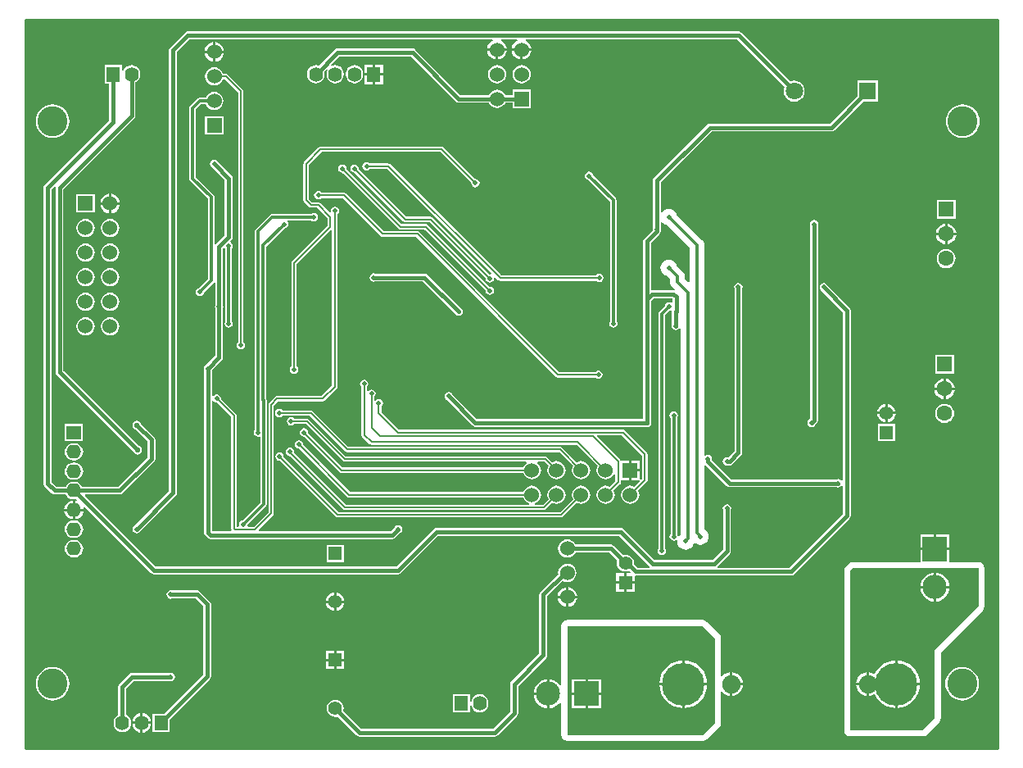
<source format=gbl>
G04*
G04 #@! TF.GenerationSoftware,Altium Limited,Altium Designer,20.0.10 (225)*
G04*
G04 Layer_Physical_Order=4*
G04 Layer_Color=16711680*
%FSLAX25Y25*%
%MOIN*%
G70*
G01*
G75*
%ADD11C,0.00800*%
%ADD14C,0.01000*%
%ADD72C,0.01800*%
%ADD73C,0.01200*%
%ADD74C,0.17323*%
%ADD75O,0.06000X0.05600*%
%ADD76R,0.06000X0.05600*%
%ADD77C,0.05512*%
%ADD78R,0.05512X0.05512*%
%ADD79C,0.07500*%
%ADD80R,0.05600X0.06000*%
%ADD81O,0.05600X0.06000*%
%ADD82R,0.06299X0.06299*%
%ADD83C,0.06299*%
%ADD84C,0.06000*%
%ADD85R,0.07087X0.07087*%
%ADD86C,0.07087*%
%ADD87R,0.09843X0.09843*%
%ADD88C,0.09843*%
%ADD89R,0.09843X0.09843*%
%ADD90R,0.06000X0.06000*%
%ADD91R,0.06000X0.06000*%
%ADD92C,0.12205*%
%ADD93C,0.01969*%
%ADD94C,0.02200*%
%ADD95C,0.02000*%
G36*
X395669Y-148228D02*
X0D01*
Y148228D01*
X395669D01*
X395669Y-148228D01*
D02*
G37*
%LPC*%
G36*
X77272Y139047D02*
Y135579D01*
X80740D01*
X80669Y136123D01*
X80266Y137096D01*
X79624Y137932D01*
X78789Y138573D01*
X77816Y138976D01*
X77272Y139047D01*
D02*
G37*
G36*
X76272Y139047D02*
X75727Y138976D01*
X74754Y138573D01*
X73919Y137932D01*
X73278Y137096D01*
X72875Y136123D01*
X72803Y135579D01*
X76272D01*
Y139047D01*
D02*
G37*
G36*
X205819Y135484D02*
X202350D01*
Y132016D01*
X202895Y132087D01*
X203868Y132490D01*
X204703Y133131D01*
X205344Y133967D01*
X205747Y134940D01*
X205819Y135484D01*
D02*
G37*
G36*
X195819D02*
X192350D01*
Y132016D01*
X192895Y132087D01*
X193868Y132490D01*
X194703Y133131D01*
X195344Y133967D01*
X195747Y134940D01*
X195819Y135484D01*
D02*
G37*
G36*
X201350D02*
X197882D01*
X197953Y134940D01*
X198356Y133967D01*
X198998Y133131D01*
X199833Y132490D01*
X200806Y132087D01*
X201350Y132016D01*
Y135484D01*
D02*
G37*
G36*
X191350D02*
X187882D01*
X187953Y134940D01*
X188356Y133967D01*
X188998Y133131D01*
X189833Y132490D01*
X190806Y132087D01*
X191350Y132016D01*
Y135484D01*
D02*
G37*
G36*
X76272Y134579D02*
X72803D01*
X72875Y134035D01*
X73278Y133062D01*
X73919Y132226D01*
X74754Y131585D01*
X75727Y131182D01*
X76272Y131110D01*
Y134579D01*
D02*
G37*
G36*
X80740D02*
X77272D01*
Y131110D01*
X77816Y131182D01*
X78789Y131585D01*
X79624Y132226D01*
X80266Y133062D01*
X80669Y134035D01*
X80740Y134579D01*
D02*
G37*
G36*
X43110Y129715D02*
X42197Y129594D01*
X41345Y129242D01*
X40614Y128681D01*
X40053Y127949D01*
X39700Y127098D01*
X39630Y126563D01*
X39130Y126596D01*
Y129684D01*
X32130D01*
Y122284D01*
X33999D01*
Y107172D01*
X7705Y80878D01*
X7351Y80349D01*
X7227Y79724D01*
Y-40354D01*
X7351Y-40979D01*
X7705Y-41508D01*
X10657Y-44461D01*
X11187Y-44814D01*
X11811Y-44938D01*
X16372D01*
X16428Y-45072D01*
X16989Y-45803D01*
X17720Y-46364D01*
X18571Y-46717D01*
X19485Y-46837D01*
X19885D01*
X20602Y-46743D01*
X20953Y-47140D01*
X20877Y-47438D01*
X20838Y-47474D01*
X20185Y-47388D01*
Y-50681D01*
X23652D01*
X23592Y-50229D01*
X23629Y-50189D01*
X24131Y-50060D01*
X51012Y-76941D01*
X51541Y-77295D01*
X52165Y-77419D01*
X151575D01*
X152199Y-77295D01*
X152728Y-76941D01*
X167999Y-61671D01*
X241450D01*
X253967Y-74187D01*
X253760Y-74687D01*
X249002D01*
X247530Y-73216D01*
X247580Y-72835D01*
X247461Y-71933D01*
X247113Y-71092D01*
X246559Y-70370D01*
X245837Y-69816D01*
X244997Y-69468D01*
X244094Y-69349D01*
X243192Y-69468D01*
X243081Y-69514D01*
X239342Y-65776D01*
X238813Y-65422D01*
X238189Y-65298D01*
X223802D01*
X223704Y-65063D01*
X223111Y-64290D01*
X222338Y-63697D01*
X221438Y-63324D01*
X220472Y-63197D01*
X219507Y-63324D01*
X218606Y-63697D01*
X217834Y-64290D01*
X217241Y-65063D01*
X216868Y-65963D01*
X216740Y-66929D01*
X216868Y-67895D01*
X217241Y-68795D01*
X217834Y-69568D01*
X218606Y-70161D01*
X219507Y-70534D01*
X220472Y-70661D01*
X221438Y-70534D01*
X222338Y-70161D01*
X223111Y-69568D01*
X223704Y-68795D01*
X223802Y-68560D01*
X237513D01*
X240774Y-71821D01*
X240727Y-71933D01*
X240609Y-72835D01*
X240727Y-73737D01*
X241076Y-74577D01*
X241630Y-75299D01*
X242352Y-75853D01*
X243192Y-76202D01*
X244094Y-76320D01*
X244997Y-76202D01*
X245637Y-75937D01*
X246191Y-76491D01*
X246000Y-76953D01*
X244595D01*
Y-80209D01*
X247850D01*
Y-78250D01*
X248237Y-77933D01*
X248326Y-77950D01*
X311476D01*
X312101Y-77826D01*
X312630Y-77472D01*
X335347Y-54756D01*
X335700Y-54227D01*
X335824Y-53602D01*
Y29980D01*
X335700Y30605D01*
X335347Y31134D01*
X326263Y40217D01*
X326018Y40584D01*
X325460Y40957D01*
X324803Y41088D01*
X324146Y40957D01*
X323589Y40584D01*
X323216Y40027D01*
X323086Y39370D01*
X323216Y38713D01*
X323589Y38156D01*
X323956Y37910D01*
X332562Y29305D01*
Y-39195D01*
X332062Y-39347D01*
X331923Y-39140D01*
X331366Y-38768D01*
X330709Y-38637D01*
X330276Y-38723D01*
X287093D01*
X282785Y-34415D01*
X282689Y-34272D01*
X279259Y-30841D01*
X279324Y-30512D01*
X279193Y-29855D01*
X278821Y-29297D01*
X278264Y-28925D01*
X277607Y-28794D01*
X276949Y-28925D01*
X276740Y-29065D01*
X276240Y-28797D01*
Y56510D01*
X276240Y56510D01*
X276137Y57293D01*
X275835Y58023D01*
X275354Y58650D01*
X265039Y68965D01*
X264767Y69620D01*
X264225Y70327D01*
X263518Y70870D01*
X262695Y71211D01*
X261811Y71327D01*
X260928Y71211D01*
X260104Y70870D01*
X259397Y70327D01*
X259021Y69837D01*
X258521Y70007D01*
Y82001D01*
X279219Y102699D01*
X327953D01*
X328577Y102823D01*
X329106Y103177D01*
X340780Y114851D01*
X346960D01*
Y123338D01*
X338473D01*
Y117158D01*
X327277Y105962D01*
X278543D01*
X277919Y105838D01*
X277390Y105484D01*
X255736Y83831D01*
X255383Y83301D01*
X255258Y82677D01*
Y63425D01*
X255172Y62992D01*
X255238Y62663D01*
X251799Y59224D01*
X251446Y58695D01*
X251321Y58071D01*
Y34449D01*
Y-14117D01*
X183747D01*
X173704Y-4074D01*
X173459Y-3707D01*
X172901Y-3334D01*
X172244Y-3204D01*
X171587Y-3334D01*
X171030Y-3707D01*
X170657Y-4264D01*
X170527Y-4921D01*
X170657Y-5579D01*
X171030Y-6136D01*
X171397Y-6381D01*
X181917Y-16902D01*
X182447Y-17255D01*
X183071Y-17379D01*
X252520D01*
X252953Y-17466D01*
X253610Y-17335D01*
X254167Y-16962D01*
X254539Y-16405D01*
X254670Y-15748D01*
X254584Y-15315D01*
Y33773D01*
X255597Y34786D01*
X263071D01*
X263169Y34687D01*
Y33216D01*
X262669Y32948D01*
X262468Y33083D01*
X261811Y33214D01*
X261154Y33083D01*
X260597Y32710D01*
X260224Y32153D01*
X260133Y31692D01*
X257921Y29481D01*
X257634Y29050D01*
X257533Y28543D01*
Y-66865D01*
X257272Y-67256D01*
X257141Y-67913D01*
X257272Y-68571D01*
X257644Y-69128D01*
X258201Y-69500D01*
X258858Y-69631D01*
X259516Y-69500D01*
X260073Y-69128D01*
X260445Y-68571D01*
X260576Y-67913D01*
X260445Y-67256D01*
X260184Y-66865D01*
Y27994D01*
X262007Y29818D01*
X262468Y29909D01*
X262604Y30000D01*
X263054Y29699D01*
X263001Y29431D01*
Y24055D01*
X262914Y23622D01*
X263045Y22965D01*
X263418Y22408D01*
X263975Y22035D01*
X264632Y21905D01*
X265289Y22035D01*
X265846Y22408D01*
X266159Y22875D01*
X266589Y22820D01*
X266659Y22792D01*
Y-61277D01*
X266287Y-61563D01*
X265976Y-61968D01*
X265459Y-61819D01*
X265366Y-61351D01*
X265105Y-60960D01*
Y-13844D01*
X265366Y-13453D01*
X265497Y-12795D01*
X265366Y-12138D01*
X264994Y-11581D01*
X264437Y-11208D01*
X263779Y-11078D01*
X263122Y-11208D01*
X262565Y-11581D01*
X262193Y-12138D01*
X262062Y-12795D01*
X262193Y-13453D01*
X262454Y-13844D01*
Y-60960D01*
X262193Y-61351D01*
X262062Y-62008D01*
X262193Y-62665D01*
X262565Y-63222D01*
X263122Y-63595D01*
X263779Y-63725D01*
X264437Y-63595D01*
X264871Y-63304D01*
X265303Y-63506D01*
X265344Y-63544D01*
X265287Y-63976D01*
X265403Y-64860D01*
X265744Y-65683D01*
X266287Y-66390D01*
X266994Y-66933D01*
X267817Y-67274D01*
X268701Y-67390D01*
X269584Y-67274D01*
X270408Y-66933D01*
X271115Y-66390D01*
X271657Y-65683D01*
X271985Y-64893D01*
X272017Y-64850D01*
X272437Y-64609D01*
X272899Y-64964D01*
X273723Y-65305D01*
X274606Y-65422D01*
X275490Y-65305D01*
X276313Y-64964D01*
X277020Y-64422D01*
X277563Y-63715D01*
X277904Y-62891D01*
X278020Y-62008D01*
X277904Y-61124D01*
X277563Y-60301D01*
X277020Y-59594D01*
X276313Y-59052D01*
X276240Y-59021D01*
Y-33144D01*
X276740Y-32937D01*
X280287Y-36483D01*
X280382Y-36626D01*
X285264Y-41508D01*
X285793Y-41862D01*
X286417Y-41986D01*
X330276D01*
X330709Y-42072D01*
X331366Y-41941D01*
X331923Y-41569D01*
X332062Y-41362D01*
X332562Y-41513D01*
Y-52927D01*
X310801Y-74687D01*
X281673D01*
X281466Y-74187D01*
X286587Y-69067D01*
X286940Y-68538D01*
X287064Y-67913D01*
Y-51031D01*
X287151Y-50598D01*
X287020Y-49941D01*
X286648Y-49384D01*
X286090Y-49012D01*
X285433Y-48881D01*
X284776Y-49012D01*
X284219Y-49384D01*
X283846Y-49941D01*
X283716Y-50598D01*
X283802Y-51031D01*
Y-67238D01*
X279435Y-71605D01*
X255998D01*
X243280Y-58886D01*
X242750Y-58532D01*
X242126Y-58408D01*
X167323D01*
X166699Y-58532D01*
X166169Y-58886D01*
X150899Y-74156D01*
X52841D01*
X24085Y-45400D01*
X24277Y-44938D01*
X38386D01*
X39010Y-44814D01*
X39539Y-44461D01*
X52335Y-31665D01*
X52688Y-31136D01*
X52812Y-30512D01*
Y-22638D01*
X52688Y-22014D01*
X52335Y-21484D01*
X46994Y-16143D01*
X46971Y-16030D01*
X46573Y-15435D01*
X45978Y-15037D01*
X45276Y-14897D01*
X44573Y-15037D01*
X43978Y-15435D01*
X43580Y-16030D01*
X43440Y-16732D01*
X43580Y-17435D01*
X43978Y-18030D01*
X44573Y-18428D01*
X44687Y-18450D01*
X49550Y-23313D01*
Y-29836D01*
X37710Y-41676D01*
X22998D01*
X22942Y-41542D01*
X22381Y-40811D01*
X21650Y-40250D01*
X20799Y-39897D01*
X19885Y-39777D01*
X19485D01*
X18571Y-39897D01*
X17720Y-40250D01*
X16989Y-40811D01*
X16428Y-41542D01*
X16372Y-41676D01*
X12487D01*
X10490Y-39679D01*
Y79049D01*
X11756Y80315D01*
X12217Y80069D01*
X12148Y79724D01*
Y4921D01*
X12272Y4297D01*
X12626Y3768D01*
X43853Y-27459D01*
X43875Y-27572D01*
X44273Y-28168D01*
X44868Y-28566D01*
X45571Y-28705D01*
X46273Y-28566D01*
X46869Y-28168D01*
X47266Y-27572D01*
X47406Y-26870D01*
X47266Y-26168D01*
X46869Y-25572D01*
X46273Y-25174D01*
X46160Y-25152D01*
X15411Y5597D01*
Y79049D01*
X44264Y107902D01*
X44617Y108431D01*
X44742Y109055D01*
Y122672D01*
X44875Y122727D01*
X45606Y123288D01*
X46167Y124019D01*
X46520Y124871D01*
X46640Y125784D01*
Y126184D01*
X46520Y127098D01*
X46167Y127949D01*
X45606Y128681D01*
X44875Y129242D01*
X44024Y129594D01*
X43110Y129715D01*
D02*
G37*
G36*
X145532Y129984D02*
X142232D01*
Y126484D01*
X145532D01*
Y129984D01*
D02*
G37*
G36*
X141232D02*
X137932D01*
Y126484D01*
X141232D01*
Y129984D01*
D02*
G37*
G36*
X133858Y129715D02*
X132945Y129594D01*
X132093Y129242D01*
X131362Y128681D01*
X130801Y127949D01*
X130448Y127098D01*
X130328Y126184D01*
Y125784D01*
X130448Y124871D01*
X130801Y124019D01*
X131362Y123288D01*
X132093Y122727D01*
X132945Y122374D01*
X133858Y122254D01*
X134772Y122374D01*
X135623Y122727D01*
X136354Y123288D01*
X136916Y124019D01*
X137268Y124871D01*
X137389Y125784D01*
Y126184D01*
X137268Y127098D01*
X136916Y127949D01*
X136354Y128681D01*
X135623Y129242D01*
X134772Y129594D01*
X133858Y129715D01*
D02*
G37*
G36*
X201850Y129716D02*
X200885Y129589D01*
X199984Y129216D01*
X199212Y128623D01*
X198618Y127850D01*
X198246Y126950D01*
X198118Y125984D01*
X198246Y125018D01*
X198618Y124118D01*
X199212Y123345D01*
X199984Y122752D01*
X200885Y122380D01*
X201850Y122252D01*
X202816Y122380D01*
X203716Y122752D01*
X204489Y123345D01*
X205082Y124118D01*
X205455Y125018D01*
X205582Y125984D01*
X205455Y126950D01*
X205082Y127850D01*
X204489Y128623D01*
X203716Y129216D01*
X202816Y129589D01*
X201850Y129716D01*
D02*
G37*
G36*
X191850D02*
X190884Y129589D01*
X189984Y129216D01*
X189211Y128623D01*
X188618Y127850D01*
X188246Y126950D01*
X188119Y125984D01*
X188246Y125018D01*
X188618Y124118D01*
X189211Y123345D01*
X189984Y122752D01*
X190884Y122380D01*
X191850Y122252D01*
X192816Y122380D01*
X193716Y122752D01*
X194489Y123345D01*
X195082Y124118D01*
X195455Y125018D01*
X195582Y125984D01*
X195455Y126950D01*
X195082Y127850D01*
X194489Y128623D01*
X193716Y129216D01*
X192816Y129589D01*
X191850Y129716D01*
D02*
G37*
G36*
X145532Y125484D02*
X142232D01*
Y121984D01*
X145532D01*
Y125484D01*
D02*
G37*
G36*
X141232D02*
X137932D01*
Y121984D01*
X141232D01*
Y125484D01*
D02*
G37*
G36*
X290158Y143364D02*
X65945D01*
X65321Y143239D01*
X64791Y142886D01*
X58886Y136980D01*
X58532Y136451D01*
X58408Y135827D01*
Y-43616D01*
X44428Y-57595D01*
X44061Y-57841D01*
X43689Y-58398D01*
X43558Y-59055D01*
X43689Y-59712D01*
X44061Y-60270D01*
X44618Y-60642D01*
X45276Y-60773D01*
X45933Y-60642D01*
X46490Y-60270D01*
X46735Y-59902D01*
X61193Y-45445D01*
X61546Y-44916D01*
X61671Y-44291D01*
Y135151D01*
X66621Y140101D01*
X190030D01*
X190129Y139601D01*
X189833Y139478D01*
X188998Y138837D01*
X188356Y138002D01*
X187953Y137029D01*
X187882Y136484D01*
X191850D01*
X195819D01*
X195747Y137029D01*
X195344Y138002D01*
X194703Y138837D01*
X193868Y139478D01*
X193571Y139601D01*
X193671Y140101D01*
X200030D01*
X200129Y139601D01*
X199833Y139478D01*
X198998Y138837D01*
X198356Y138002D01*
X197953Y137029D01*
X197882Y136484D01*
X201851D01*
X205819D01*
X205747Y137029D01*
X205344Y138002D01*
X204703Y138837D01*
X203868Y139478D01*
X203572Y139601D01*
X203671Y140101D01*
X289482D01*
X308872Y120711D01*
X308661Y120202D01*
X308515Y119095D01*
X308661Y117987D01*
X309089Y116955D01*
X309769Y116068D01*
X310655Y115388D01*
X311688Y114960D01*
X312795Y114815D01*
X313903Y114960D01*
X314935Y115388D01*
X315822Y116068D01*
X316502Y116955D01*
X316929Y117987D01*
X317075Y119095D01*
X316929Y120202D01*
X316502Y121234D01*
X315822Y122121D01*
X314935Y122801D01*
X313903Y123229D01*
X312795Y123374D01*
X311688Y123229D01*
X311179Y123018D01*
X291311Y142886D01*
X290782Y143239D01*
X290158Y143364D01*
D02*
G37*
G36*
X157480Y136474D02*
X126969D01*
X126344Y136350D01*
X125815Y135996D01*
X119299Y129480D01*
X119024Y129594D01*
X118110Y129715D01*
X117197Y129594D01*
X116345Y129242D01*
X115614Y128681D01*
X115053Y127949D01*
X114700Y127098D01*
X114580Y126184D01*
Y125784D01*
X114700Y124871D01*
X115053Y124019D01*
X115614Y123288D01*
X116345Y122727D01*
X117197Y122374D01*
X118110Y122254D01*
X119024Y122374D01*
X119875Y122727D01*
X120607Y123288D01*
X121168Y124019D01*
X121520Y124871D01*
X121640Y125784D01*
Y126184D01*
X121521Y127088D01*
X122388Y127955D01*
X122812Y127672D01*
X122574Y127098D01*
X122454Y126184D01*
Y125784D01*
X122574Y124871D01*
X122927Y124019D01*
X123488Y123288D01*
X124219Y122727D01*
X125071Y122374D01*
X125984Y122254D01*
X126898Y122374D01*
X127749Y122727D01*
X128481Y123288D01*
X129042Y124019D01*
X129394Y124871D01*
X129515Y125784D01*
Y126184D01*
X129394Y127098D01*
X129042Y127949D01*
X128481Y128681D01*
X127749Y129242D01*
X126898Y129594D01*
X125984Y129715D01*
X125071Y129594D01*
X124496Y129356D01*
X124213Y129780D01*
X127644Y133211D01*
X156805D01*
X175185Y114831D01*
X175714Y114477D01*
X176339Y114353D01*
X188521D01*
X188618Y114118D01*
X189211Y113345D01*
X189984Y112752D01*
X190884Y112380D01*
X191850Y112252D01*
X192816Y112380D01*
X193716Y112752D01*
X194489Y113345D01*
X195082Y114118D01*
X195179Y114353D01*
X198150D01*
Y112284D01*
X205550D01*
Y119684D01*
X198150D01*
Y117616D01*
X195179D01*
X195082Y117850D01*
X194489Y118623D01*
X193716Y119216D01*
X192816Y119589D01*
X191850Y119716D01*
X190884Y119589D01*
X189984Y119216D01*
X189211Y118623D01*
X188618Y117850D01*
X188521Y117616D01*
X177014D01*
X158634Y135996D01*
X158105Y136350D01*
X157480Y136474D01*
D02*
G37*
G36*
X76772Y118811D02*
X75806Y118684D01*
X74906Y118311D01*
X74133Y117718D01*
X73540Y116945D01*
X73316Y116404D01*
X70787D01*
X70280Y116303D01*
X69850Y116016D01*
X66976Y113142D01*
X66689Y112712D01*
X66588Y112205D01*
Y83661D01*
X66689Y83154D01*
X66976Y82724D01*
X74230Y75470D01*
Y42640D01*
X70670Y39080D01*
X70209Y38988D01*
X69652Y38616D01*
X69279Y38059D01*
X69149Y37402D01*
X69279Y36744D01*
X69652Y36187D01*
X70209Y35815D01*
X70866Y35684D01*
X71523Y35815D01*
X72081Y36187D01*
X72453Y36744D01*
X72545Y37206D01*
X76493Y41154D01*
X76609Y41327D01*
X77109Y41175D01*
Y31929D01*
X77023Y31496D01*
X77109Y31063D01*
Y11502D01*
X73365Y7759D01*
X72998Y7514D01*
X72626Y6956D01*
X72495Y6299D01*
X72581Y5866D01*
Y-60363D01*
X72705Y-60987D01*
X73059Y-61516D01*
X74114Y-62571D01*
X74643Y-62924D01*
X75267Y-63049D01*
X75267Y-63049D01*
X149213D01*
X149837Y-62924D01*
X150366Y-62571D01*
X152422Y-60515D01*
X152789Y-60270D01*
X153162Y-59712D01*
X153292Y-59055D01*
X153162Y-58398D01*
X152789Y-57841D01*
X152232Y-57468D01*
X151575Y-57338D01*
X150917Y-57468D01*
X150360Y-57841D01*
X150115Y-58208D01*
X148537Y-59786D01*
X95012D01*
X94821Y-59324D01*
X100695Y-53451D01*
X100695Y-53451D01*
X100938Y-53087D01*
X101023Y-52658D01*
Y-11911D01*
X101523Y-11862D01*
X101644Y-12468D01*
X102016Y-13025D01*
X102573Y-13398D01*
X103230Y-13529D01*
X103888Y-13398D01*
X104445Y-13025D01*
X104507Y-12933D01*
X115677D01*
X130112Y-27368D01*
X130112Y-27368D01*
X130476Y-27611D01*
X130905Y-27696D01*
X130906Y-27696D01*
X217134D01*
X222767Y-33329D01*
X222458Y-34073D01*
X222331Y-35039D01*
X222458Y-36005D01*
X222831Y-36905D01*
X223424Y-37678D01*
X224197Y-38271D01*
X225097Y-38644D01*
X226063Y-38771D01*
X227029Y-38644D01*
X227929Y-38271D01*
X228702Y-37678D01*
X229295Y-36905D01*
X229668Y-36005D01*
X229795Y-35039D01*
X229668Y-34073D01*
X229295Y-33173D01*
X228702Y-32401D01*
X227929Y-31807D01*
X227029Y-31435D01*
X226063Y-31307D01*
X225097Y-31435D01*
X224353Y-31743D01*
X218391Y-25782D01*
X218028Y-25539D01*
X217598Y-25453D01*
X217598Y-25453D01*
X131370D01*
X116935Y-11018D01*
X116571Y-10775D01*
X116142Y-10689D01*
X116142Y-10689D01*
X104507D01*
X104445Y-10597D01*
X103888Y-10224D01*
X103230Y-10093D01*
X102573Y-10224D01*
X102016Y-10597D01*
X101644Y-11154D01*
X101523Y-11760D01*
X101023Y-11711D01*
Y-8831D01*
X102827Y-7027D01*
X121063D01*
X121063Y-7027D01*
X121492Y-6942D01*
X121856Y-6699D01*
X126661Y-1893D01*
X126661Y-1893D01*
X126904Y-1529D01*
X126990Y-1100D01*
Y69121D01*
X127083Y69183D01*
X127455Y69740D01*
X127586Y70398D01*
X127455Y71055D01*
X127083Y71612D01*
X126525Y71984D01*
X125868Y72115D01*
X125211Y71984D01*
X124654Y71612D01*
X124282Y71055D01*
X124151Y70398D01*
X124232Y69991D01*
X123771Y69744D01*
X119888Y73628D01*
X119524Y73871D01*
X119095Y73956D01*
X119094Y73956D01*
X116606D01*
X115295Y75268D01*
Y89102D01*
X120543Y94351D01*
X168827D01*
X181375Y81802D01*
X181353Y81693D01*
X181484Y81036D01*
X181856Y80478D01*
X182414Y80106D01*
X183071Y79975D01*
X183728Y80106D01*
X184285Y80478D01*
X184658Y81036D01*
X184788Y81693D01*
X184658Y82350D01*
X184285Y82907D01*
X183728Y83280D01*
X183071Y83410D01*
X182961Y83389D01*
X170084Y96266D01*
X169720Y96509D01*
X169291Y96594D01*
X169291Y96594D01*
X120079D01*
X120079Y96594D01*
X119650Y96509D01*
X119286Y96266D01*
X119286Y96266D01*
X113380Y90360D01*
X113137Y89996D01*
X113052Y89567D01*
X113052Y89567D01*
Y74803D01*
X113052Y74803D01*
X113137Y74374D01*
X113380Y74010D01*
X115349Y72042D01*
X115349Y72042D01*
X115712Y71798D01*
X116142Y71713D01*
X116142Y71713D01*
X118630D01*
X122894Y67449D01*
Y64441D01*
X108459Y50006D01*
X108216Y49642D01*
X108130Y49213D01*
X108130Y49213D01*
Y7182D01*
X108037Y7120D01*
X107665Y6563D01*
X107535Y5906D01*
X107665Y5248D01*
X108037Y4691D01*
X108595Y4319D01*
X109252Y4188D01*
X109909Y4319D01*
X110466Y4691D01*
X110839Y5248D01*
X110969Y5906D01*
X110839Y6563D01*
X110466Y7120D01*
X110373Y7182D01*
Y48748D01*
X124285Y62659D01*
X124747Y62468D01*
Y-636D01*
X120598Y-4784D01*
X102362D01*
X102362Y-4784D01*
X101933Y-4869D01*
X101569Y-5112D01*
X99108Y-7573D01*
X98865Y-7937D01*
X98780Y-8366D01*
X98780Y-8366D01*
Y-52193D01*
X92923Y-58050D01*
X90521D01*
X90208Y-57550D01*
X90261Y-57283D01*
X97710Y-49834D01*
X97997Y-49404D01*
X98098Y-48897D01*
Y-6657D01*
X98051Y-6418D01*
Y55938D01*
X105395Y63282D01*
X105856Y63374D01*
X106413Y63746D01*
X106786Y64303D01*
X106916Y64961D01*
X106786Y65618D01*
X106472Y66088D01*
X106571Y66408D01*
X106693Y66588D01*
X116194D01*
X116585Y66327D01*
X117242Y66196D01*
X117899Y66327D01*
X118456Y66699D01*
X118829Y67256D01*
X118959Y67913D01*
X118829Y68571D01*
X118456Y69128D01*
X117899Y69500D01*
X117242Y69631D01*
X116585Y69500D01*
X116194Y69239D01*
X100394D01*
X99887Y69138D01*
X99456Y68851D01*
X93551Y62945D01*
X93264Y62515D01*
X93163Y62008D01*
Y-18637D01*
X92901Y-19028D01*
X92771Y-19685D01*
X92901Y-20342D01*
X93274Y-20899D01*
X93831Y-21272D01*
X94488Y-21403D01*
X94947Y-21311D01*
X95447Y-21626D01*
Y-48348D01*
X88387Y-55408D01*
X87925Y-55500D01*
X87368Y-55872D01*
X86996Y-56429D01*
X86865Y-57087D01*
X86957Y-57550D01*
X86645Y-58050D01*
X85883D01*
Y-12911D01*
X85883Y-12911D01*
X85798Y-12482D01*
X85555Y-12118D01*
X85555Y-12118D01*
X79452Y-6015D01*
X79473Y-5906D01*
X79343Y-5248D01*
X78970Y-4691D01*
X78413Y-4319D01*
X77756Y-4188D01*
X77099Y-4319D01*
X76541Y-4691D01*
X76344Y-4987D01*
X75844Y-4835D01*
Y5624D01*
X79894Y9673D01*
X80247Y10203D01*
X80371Y10827D01*
Y31063D01*
X80458Y31496D01*
X80371Y31929D01*
Y55017D01*
X80725Y55321D01*
X81230Y55236D01*
X81352Y55054D01*
Y25655D01*
X81090Y25264D01*
X80960Y24606D01*
X81090Y23949D01*
X81463Y23392D01*
X82020Y23020D01*
X82677Y22889D01*
X83334Y23020D01*
X83892Y23392D01*
X84264Y23949D01*
X84395Y24606D01*
X84264Y25264D01*
X84003Y25655D01*
Y55054D01*
X84264Y55445D01*
X84395Y56102D01*
X84264Y56760D01*
X83892Y57317D01*
X83508Y57573D01*
X83378Y58151D01*
X83831Y58604D01*
X84184Y59133D01*
X84308Y59757D01*
Y83661D01*
X84184Y84286D01*
X83831Y84815D01*
X78231Y90414D01*
X77986Y90781D01*
X77429Y91154D01*
X76772Y91284D01*
X76114Y91154D01*
X75557Y90781D01*
X75185Y90224D01*
X75054Y89567D01*
X75185Y88910D01*
X75557Y88353D01*
X75924Y88107D01*
X81046Y82986D01*
Y60433D01*
X77587Y56974D01*
X77381Y56667D01*
X76881Y56818D01*
Y76019D01*
X76780Y76526D01*
X76493Y76956D01*
X69239Y84210D01*
Y111656D01*
X71336Y113753D01*
X73316D01*
X73540Y113213D01*
X74133Y112440D01*
X74906Y111847D01*
X75806Y111474D01*
X76772Y111347D01*
X77737Y111474D01*
X78638Y111847D01*
X79410Y112440D01*
X80004Y113213D01*
X80376Y114113D01*
X80504Y115079D01*
X80376Y116045D01*
X80004Y116945D01*
X79410Y117718D01*
X78638Y118311D01*
X77737Y118684D01*
X76772Y118811D01*
D02*
G37*
G36*
X80472Y108779D02*
X73072D01*
Y101379D01*
X80472D01*
Y108779D01*
D02*
G37*
G36*
X381398Y113725D02*
X380064Y113594D01*
X378782Y113205D01*
X377600Y112573D01*
X376564Y111723D01*
X375714Y110687D01*
X375083Y109505D01*
X374694Y108223D01*
X374562Y106890D01*
X374694Y105556D01*
X375083Y104274D01*
X375714Y103092D01*
X376564Y102057D01*
X377600Y101206D01*
X378782Y100575D01*
X380064Y100186D01*
X381398Y100055D01*
X382731Y100186D01*
X384013Y100575D01*
X385195Y101206D01*
X386231Y102057D01*
X387081Y103092D01*
X387713Y104274D01*
X388102Y105556D01*
X388233Y106890D01*
X388102Y108223D01*
X387713Y109505D01*
X387081Y110687D01*
X386231Y111723D01*
X385195Y112573D01*
X384013Y113205D01*
X382731Y113594D01*
X381398Y113725D01*
D02*
G37*
G36*
X11024D02*
X9690Y113594D01*
X8408Y113205D01*
X7226Y112573D01*
X6190Y111723D01*
X5340Y110687D01*
X4709Y109505D01*
X4320Y108223D01*
X4188Y106890D01*
X4320Y105556D01*
X4709Y104274D01*
X5340Y103092D01*
X6190Y102057D01*
X7226Y101206D01*
X8408Y100575D01*
X9690Y100186D01*
X11024Y100055D01*
X12357Y100186D01*
X13639Y100575D01*
X14821Y101206D01*
X15857Y102057D01*
X16707Y103092D01*
X17339Y104274D01*
X17728Y105556D01*
X17859Y106890D01*
X17728Y108223D01*
X17339Y109505D01*
X16707Y110687D01*
X15857Y111723D01*
X14821Y112573D01*
X13639Y113205D01*
X12357Y113594D01*
X11024Y113725D01*
D02*
G37*
G36*
X34909Y77394D02*
Y73925D01*
X38378D01*
X38306Y74469D01*
X37903Y75442D01*
X37262Y76278D01*
X36427Y76919D01*
X35454Y77322D01*
X34909Y77394D01*
D02*
G37*
G36*
X33909Y77394D02*
X33365Y77322D01*
X32392Y76919D01*
X31557Y76278D01*
X30915Y75442D01*
X30512Y74469D01*
X30441Y73925D01*
X33909D01*
Y77394D01*
D02*
G37*
G36*
X28109Y77125D02*
X20709D01*
Y69725D01*
X28109D01*
Y77125D01*
D02*
G37*
G36*
X33909Y72925D02*
X30441D01*
X30512Y72381D01*
X30915Y71408D01*
X31557Y70572D01*
X32392Y69931D01*
X33365Y69528D01*
X33909Y69456D01*
Y72925D01*
D02*
G37*
G36*
X38378D02*
X34909D01*
Y69456D01*
X35454Y69528D01*
X36427Y69931D01*
X37262Y70572D01*
X37903Y71408D01*
X38306Y72381D01*
X38378Y72925D01*
D02*
G37*
G36*
X378487Y74873D02*
X370788D01*
Y67174D01*
X378487D01*
Y74873D01*
D02*
G37*
G36*
X375138Y65143D02*
Y61524D01*
X378757D01*
X378681Y62107D01*
X378262Y63116D01*
X377597Y63983D01*
X376730Y64648D01*
X375721Y65066D01*
X375138Y65143D01*
D02*
G37*
G36*
X374138Y65143D02*
X373554Y65066D01*
X372545Y64648D01*
X371678Y63983D01*
X371013Y63116D01*
X370595Y62107D01*
X370518Y61524D01*
X374138D01*
Y65143D01*
D02*
G37*
G36*
X34409Y67157D02*
X33444Y67030D01*
X32544Y66657D01*
X31771Y66064D01*
X31177Y65291D01*
X30805Y64391D01*
X30678Y63425D01*
X30805Y62459D01*
X31177Y61559D01*
X31771Y60786D01*
X32544Y60193D01*
X33444Y59820D01*
X34409Y59693D01*
X35375Y59820D01*
X36275Y60193D01*
X37048Y60786D01*
X37641Y61559D01*
X38014Y62459D01*
X38141Y63425D01*
X38014Y64391D01*
X37641Y65291D01*
X37048Y66064D01*
X36275Y66657D01*
X35375Y67030D01*
X34409Y67157D01*
D02*
G37*
G36*
X24409D02*
X23444Y67030D01*
X22544Y66657D01*
X21771Y66064D01*
X21178Y65291D01*
X20805Y64391D01*
X20677Y63425D01*
X20805Y62459D01*
X21178Y61559D01*
X21771Y60786D01*
X22544Y60193D01*
X23444Y59820D01*
X24409Y59693D01*
X25375Y59820D01*
X26275Y60193D01*
X27048Y60786D01*
X27641Y61559D01*
X28014Y62459D01*
X28141Y63425D01*
X28014Y64391D01*
X27641Y65291D01*
X27048Y66064D01*
X26275Y66657D01*
X25375Y67030D01*
X24409Y67157D01*
D02*
G37*
G36*
X374138Y60524D02*
X370518D01*
X370595Y59940D01*
X371013Y58931D01*
X371678Y58064D01*
X372545Y57399D01*
X373554Y56981D01*
X374138Y56904D01*
Y60524D01*
D02*
G37*
G36*
X378757D02*
X375138D01*
Y56904D01*
X375721Y56981D01*
X376730Y57399D01*
X377597Y58064D01*
X378262Y58931D01*
X378681Y59940D01*
X378757Y60524D01*
D02*
G37*
G36*
X34409Y57157D02*
X33444Y57030D01*
X32544Y56657D01*
X31771Y56064D01*
X31177Y55291D01*
X30805Y54391D01*
X30678Y53425D01*
X30805Y52459D01*
X31177Y51559D01*
X31771Y50786D01*
X32544Y50193D01*
X33444Y49820D01*
X34409Y49693D01*
X35375Y49820D01*
X36275Y50193D01*
X37048Y50786D01*
X37641Y51559D01*
X38014Y52459D01*
X38141Y53425D01*
X38014Y54391D01*
X37641Y55291D01*
X37048Y56064D01*
X36275Y56657D01*
X35375Y57030D01*
X34409Y57157D01*
D02*
G37*
G36*
X24409D02*
X23444Y57030D01*
X22544Y56657D01*
X21771Y56064D01*
X21178Y55291D01*
X20805Y54391D01*
X20677Y53425D01*
X20805Y52459D01*
X21178Y51559D01*
X21771Y50786D01*
X22544Y50193D01*
X23444Y49820D01*
X24409Y49693D01*
X25375Y49820D01*
X26275Y50193D01*
X27048Y50786D01*
X27641Y51559D01*
X28014Y52459D01*
X28141Y53425D01*
X28014Y54391D01*
X27641Y55291D01*
X27048Y56064D01*
X26275Y56657D01*
X25375Y57030D01*
X24409Y57157D01*
D02*
G37*
G36*
X374638Y54906D02*
X373633Y54774D01*
X372696Y54386D01*
X371892Y53769D01*
X371275Y52965D01*
X370887Y52029D01*
X370755Y51024D01*
X370887Y50019D01*
X371275Y49082D01*
X371892Y48278D01*
X372696Y47661D01*
X373633Y47273D01*
X374638Y47141D01*
X375643Y47273D01*
X376579Y47661D01*
X377383Y48278D01*
X378000Y49082D01*
X378388Y50019D01*
X378521Y51024D01*
X378388Y52029D01*
X378000Y52965D01*
X377383Y53769D01*
X376579Y54386D01*
X375643Y54774D01*
X374638Y54906D01*
D02*
G37*
G36*
X138779Y90300D02*
X138122Y90169D01*
X137565Y89797D01*
X137193Y89240D01*
X137062Y88583D01*
X137193Y87925D01*
X137565Y87368D01*
X138122Y86996D01*
X138779Y86865D01*
X139437Y86996D01*
X139994Y87368D01*
X140056Y87461D01*
X147173D01*
X189612Y45022D01*
X189366Y44562D01*
X188919Y44651D01*
X188809Y44629D01*
X165716Y67722D01*
X165352Y67965D01*
X164923Y68051D01*
X164923Y68051D01*
X154992D01*
X135554Y87489D01*
X135576Y87598D01*
X135445Y88256D01*
X135073Y88813D01*
X134516Y89185D01*
X133858Y89316D01*
X133201Y89185D01*
X132644Y88813D01*
X132272Y88256D01*
X132141Y87598D01*
X132272Y86941D01*
X132644Y86384D01*
X133201Y86012D01*
X133858Y85881D01*
X133968Y85903D01*
X153735Y66136D01*
X154098Y65893D01*
X154528Y65808D01*
X154528Y65808D01*
X164458D01*
X187223Y43043D01*
X187201Y42933D01*
X187332Y42276D01*
X187704Y41719D01*
X188261Y41346D01*
X188919Y41216D01*
X189576Y41346D01*
X190133Y41719D01*
X190506Y42276D01*
X190636Y42933D01*
X190547Y43380D01*
X191008Y43626D01*
X192307Y42327D01*
X192307Y42327D01*
X192671Y42084D01*
X193100Y41998D01*
X193100Y41998D01*
X232178D01*
X232240Y41906D01*
X232798Y41533D01*
X233455Y41403D01*
X234112Y41533D01*
X234669Y41906D01*
X235041Y42463D01*
X235172Y43120D01*
X235041Y43777D01*
X234669Y44335D01*
X234112Y44707D01*
X233455Y44838D01*
X232798Y44707D01*
X232240Y44335D01*
X232178Y44242D01*
X193565D01*
X148431Y89376D01*
X148067Y89619D01*
X147638Y89704D01*
X147638Y89704D01*
X140056D01*
X139994Y89797D01*
X139437Y90169D01*
X138779Y90300D01*
D02*
G37*
G36*
X34409Y47157D02*
X33444Y47030D01*
X32544Y46657D01*
X31771Y46064D01*
X31177Y45291D01*
X30805Y44391D01*
X30678Y43425D01*
X30805Y42459D01*
X31177Y41559D01*
X31771Y40786D01*
X32544Y40193D01*
X33444Y39820D01*
X34409Y39693D01*
X35375Y39820D01*
X36275Y40193D01*
X37048Y40786D01*
X37641Y41559D01*
X38014Y42459D01*
X38141Y43425D01*
X38014Y44391D01*
X37641Y45291D01*
X37048Y46064D01*
X36275Y46657D01*
X35375Y47030D01*
X34409Y47157D01*
D02*
G37*
G36*
X24409D02*
X23444Y47030D01*
X22544Y46657D01*
X21771Y46064D01*
X21178Y45291D01*
X20805Y44391D01*
X20677Y43425D01*
X20805Y42459D01*
X21178Y41559D01*
X21771Y40786D01*
X22544Y40193D01*
X23444Y39820D01*
X24409Y39693D01*
X25375Y39820D01*
X26275Y40193D01*
X27048Y40786D01*
X27641Y41559D01*
X28014Y42459D01*
X28141Y43425D01*
X28014Y44391D01*
X27641Y45291D01*
X27048Y46064D01*
X26275Y46657D01*
X25375Y47030D01*
X24409Y47157D01*
D02*
G37*
G36*
X128937Y89316D02*
X128280Y89185D01*
X127723Y88813D01*
X127350Y88256D01*
X127219Y87598D01*
X127350Y86941D01*
X127723Y86384D01*
X128280Y86012D01*
X128937Y85881D01*
X129047Y85903D01*
X151766Y63183D01*
X151766Y63183D01*
X152130Y62940D01*
X152559Y62855D01*
X162411D01*
X187223Y38043D01*
X187201Y37933D01*
X187332Y37276D01*
X187704Y36719D01*
X188261Y36346D01*
X188919Y36216D01*
X189576Y36346D01*
X190133Y36719D01*
X190506Y37276D01*
X190636Y37933D01*
X190506Y38590D01*
X190133Y39147D01*
X189576Y39520D01*
X188919Y39651D01*
X188809Y39629D01*
X163669Y64769D01*
X163305Y65013D01*
X162875Y65098D01*
X162875Y65098D01*
X153024D01*
X130633Y87489D01*
X130655Y87598D01*
X130524Y88256D01*
X130151Y88813D01*
X129594Y89185D01*
X128937Y89316D01*
D02*
G37*
G36*
X34409Y37157D02*
X33444Y37030D01*
X32544Y36657D01*
X31771Y36064D01*
X31177Y35291D01*
X30805Y34391D01*
X30678Y33425D01*
X30805Y32459D01*
X31177Y31559D01*
X31771Y30786D01*
X32544Y30193D01*
X33444Y29820D01*
X34409Y29693D01*
X35375Y29820D01*
X36275Y30193D01*
X37048Y30786D01*
X37641Y31559D01*
X38014Y32459D01*
X38141Y33425D01*
X38014Y34391D01*
X37641Y35291D01*
X37048Y36064D01*
X36275Y36657D01*
X35375Y37030D01*
X34409Y37157D01*
D02*
G37*
G36*
X24409D02*
X23444Y37030D01*
X22544Y36657D01*
X21771Y36064D01*
X21178Y35291D01*
X20805Y34391D01*
X20677Y33425D01*
X20805Y32459D01*
X21178Y31559D01*
X21771Y30786D01*
X22544Y30193D01*
X23444Y29820D01*
X24409Y29693D01*
X25375Y29820D01*
X26275Y30193D01*
X27048Y30786D01*
X27641Y31559D01*
X28014Y32459D01*
X28141Y33425D01*
X28014Y34391D01*
X27641Y35291D01*
X27048Y36064D01*
X26275Y36657D01*
X25375Y37030D01*
X24409Y37157D01*
D02*
G37*
G36*
X141732Y45025D02*
X141075Y44894D01*
X140518Y44522D01*
X140146Y43964D01*
X140015Y43307D01*
X140146Y42650D01*
X140518Y42093D01*
X141075Y41720D01*
X141732Y41590D01*
X142165Y41676D01*
X161726D01*
X174721Y28680D01*
X174967Y28313D01*
X175524Y27941D01*
X176181Y27810D01*
X176838Y27941D01*
X177396Y28313D01*
X177768Y28870D01*
X177899Y29528D01*
X177768Y30185D01*
X177396Y30742D01*
X177028Y30987D01*
X163555Y44461D01*
X163026Y44814D01*
X162402Y44938D01*
X142165D01*
X141732Y45025D01*
D02*
G37*
G36*
X229331Y86363D02*
X228674Y86232D01*
X228116Y85860D01*
X227744Y85303D01*
X227613Y84646D01*
X227744Y83988D01*
X228116Y83431D01*
X228674Y83059D01*
X229135Y82967D01*
X237848Y74254D01*
Y25655D01*
X237586Y25264D01*
X237456Y24606D01*
X237586Y23949D01*
X237959Y23392D01*
X238516Y23020D01*
X239173Y22889D01*
X239830Y23020D01*
X240388Y23392D01*
X240760Y23949D01*
X240891Y24606D01*
X240760Y25264D01*
X240499Y25655D01*
Y74803D01*
X240499Y74803D01*
X240398Y75310D01*
X240110Y75740D01*
X231009Y84842D01*
X230918Y85303D01*
X230545Y85860D01*
X229988Y86232D01*
X229331Y86363D01*
D02*
G37*
G36*
X34409Y27157D02*
X33444Y27030D01*
X32544Y26657D01*
X31771Y26064D01*
X31177Y25291D01*
X30805Y24391D01*
X30678Y23425D01*
X30805Y22459D01*
X31177Y21559D01*
X31771Y20786D01*
X32544Y20193D01*
X33444Y19820D01*
X34409Y19693D01*
X35375Y19820D01*
X36275Y20193D01*
X37048Y20786D01*
X37641Y21559D01*
X38014Y22459D01*
X38141Y23425D01*
X38014Y24391D01*
X37641Y25291D01*
X37048Y26064D01*
X36275Y26657D01*
X35375Y27030D01*
X34409Y27157D01*
D02*
G37*
G36*
X24409D02*
X23444Y27030D01*
X22544Y26657D01*
X21771Y26064D01*
X21178Y25291D01*
X20805Y24391D01*
X20677Y23425D01*
X20805Y22459D01*
X21178Y21559D01*
X21771Y20786D01*
X22544Y20193D01*
X23444Y19820D01*
X24409Y19693D01*
X25375Y19820D01*
X26275Y20193D01*
X27048Y20786D01*
X27641Y21559D01*
X28014Y22459D01*
X28141Y23425D01*
X28014Y24391D01*
X27641Y25291D01*
X27048Y26064D01*
X26275Y26657D01*
X25375Y27030D01*
X24409Y27157D01*
D02*
G37*
G36*
X76772Y128811D02*
X75806Y128683D01*
X74906Y128311D01*
X74133Y127718D01*
X73540Y126945D01*
X73167Y126045D01*
X73040Y125079D01*
X73167Y124113D01*
X73540Y123213D01*
X74133Y122440D01*
X74906Y121847D01*
X75806Y121474D01*
X76772Y121347D01*
X77737Y121474D01*
X78638Y121847D01*
X79410Y122440D01*
X80004Y123213D01*
X80312Y123957D01*
X81150D01*
X86477Y118630D01*
Y17025D01*
X86384Y16962D01*
X86012Y16405D01*
X85881Y15748D01*
X86012Y15091D01*
X86384Y14534D01*
X86941Y14161D01*
X87598Y14030D01*
X88256Y14161D01*
X88813Y14534D01*
X89185Y15091D01*
X89316Y15748D01*
X89185Y16405D01*
X88813Y16962D01*
X88720Y17025D01*
Y119094D01*
X88720Y119095D01*
X88635Y119524D01*
X88392Y119887D01*
X88392Y119888D01*
X82407Y125872D01*
X82043Y126115D01*
X81614Y126200D01*
X81614Y126200D01*
X80312D01*
X80004Y126945D01*
X79410Y127718D01*
X78638Y128311D01*
X77737Y128683D01*
X76772Y128811D01*
D02*
G37*
G36*
X377865Y11881D02*
X370166D01*
Y4182D01*
X377865D01*
Y11881D01*
D02*
G37*
G36*
X119095Y78489D02*
X118437Y78358D01*
X117880Y77986D01*
X117508Y77429D01*
X117377Y76772D01*
X117508Y76114D01*
X117880Y75557D01*
X118437Y75185D01*
X119095Y75054D01*
X119752Y75185D01*
X120309Y75557D01*
X120371Y75650D01*
X129123D01*
X144542Y60231D01*
X144542Y60231D01*
X144906Y59987D01*
X145335Y59902D01*
X145335Y59902D01*
X158984D01*
X215929Y2957D01*
X216293Y2714D01*
X216722Y2628D01*
X216722Y2629D01*
X231804D01*
X231866Y2536D01*
X232423Y2163D01*
X233081Y2032D01*
X233738Y2163D01*
X234295Y2536D01*
X234667Y3093D01*
X234798Y3750D01*
X234667Y4407D01*
X234295Y4964D01*
X233738Y5337D01*
X233081Y5468D01*
X232423Y5337D01*
X231866Y4964D01*
X231804Y4871D01*
X217187D01*
X160242Y61817D01*
X159878Y62060D01*
X159449Y62145D01*
X159449Y62145D01*
X145800D01*
X130380Y77565D01*
X130017Y77808D01*
X129587Y77893D01*
X129587Y77893D01*
X120371D01*
X120309Y77986D01*
X119752Y78358D01*
X119095Y78489D01*
D02*
G37*
G36*
X374516Y2151D02*
Y-1469D01*
X378135D01*
X378059Y-885D01*
X377640Y124D01*
X376975Y991D01*
X376109Y1656D01*
X375099Y2074D01*
X374516Y2151D01*
D02*
G37*
G36*
X373516Y2151D02*
X372933Y2074D01*
X371923Y1656D01*
X371056Y991D01*
X370391Y124D01*
X369973Y-885D01*
X369896Y-1469D01*
X373516D01*
Y2151D01*
D02*
G37*
G36*
Y-2469D02*
X369896D01*
X369973Y-3052D01*
X370391Y-4061D01*
X371056Y-4928D01*
X371923Y-5593D01*
X372933Y-6011D01*
X373516Y-6088D01*
Y-2469D01*
D02*
G37*
G36*
X378135D02*
X374516D01*
Y-6088D01*
X375099Y-6011D01*
X376109Y-5593D01*
X376975Y-4928D01*
X377640Y-4061D01*
X378059Y-3052D01*
X378135Y-2469D01*
D02*
G37*
G36*
X350894Y-8089D02*
Y-11311D01*
X354116D01*
X354053Y-10830D01*
X353675Y-9917D01*
X353072Y-9132D01*
X352288Y-8530D01*
X351374Y-8152D01*
X350894Y-8089D01*
D02*
G37*
G36*
X349894Y-8089D02*
X349413Y-8152D01*
X348499Y-8530D01*
X347715Y-9132D01*
X347113Y-9917D01*
X346734Y-10830D01*
X346671Y-11311D01*
X349894D01*
Y-8089D01*
D02*
G37*
G36*
X354116Y-12311D02*
X350894D01*
Y-15533D01*
X351374Y-15470D01*
X352288Y-15092D01*
X353072Y-14490D01*
X353675Y-13705D01*
X354053Y-12791D01*
X354116Y-12311D01*
D02*
G37*
G36*
X349894D02*
X346671D01*
X346734Y-12791D01*
X347113Y-13705D01*
X347715Y-14490D01*
X348499Y-15092D01*
X349413Y-15470D01*
X349894Y-15533D01*
Y-12311D01*
D02*
G37*
G36*
X374016Y-8086D02*
X373011Y-8218D01*
X372074Y-8606D01*
X371270Y-9223D01*
X370653Y-10027D01*
X370265Y-10964D01*
X370133Y-11969D01*
X370265Y-12973D01*
X370653Y-13910D01*
X371270Y-14714D01*
X372074Y-15331D01*
X373011Y-15719D01*
X374016Y-15851D01*
X375021Y-15719D01*
X375957Y-15331D01*
X376761Y-14714D01*
X377378Y-13910D01*
X377766Y-12973D01*
X377899Y-11969D01*
X377766Y-10964D01*
X377378Y-10027D01*
X376761Y-9223D01*
X375957Y-8606D01*
X375021Y-8218D01*
X374016Y-8086D01*
D02*
G37*
G36*
X320866Y66678D02*
X320209Y66547D01*
X319652Y66175D01*
X319279Y65618D01*
X319149Y64961D01*
X319235Y64527D01*
Y-14088D01*
X319035Y-14288D01*
X318667Y-14534D01*
X318295Y-15091D01*
X318164Y-15748D01*
X318295Y-16405D01*
X318667Y-16962D01*
X319225Y-17335D01*
X319882Y-17466D01*
X320539Y-17335D01*
X321096Y-16962D01*
X321342Y-16595D01*
X322020Y-15917D01*
X322373Y-15388D01*
X322498Y-14764D01*
Y64527D01*
X322584Y64961D01*
X322453Y65618D01*
X322081Y66175D01*
X321523Y66547D01*
X320866Y66678D01*
D02*
G37*
G36*
X353850Y-16229D02*
X346938D01*
Y-23141D01*
X353850D01*
Y-16229D01*
D02*
G37*
G36*
X23385Y-16185D02*
X15985D01*
Y-23185D01*
X23385D01*
Y-16185D01*
D02*
G37*
G36*
X290059Y41088D02*
X289402Y40957D01*
X288845Y40585D01*
X288472Y40027D01*
X288342Y39370D01*
X288428Y38937D01*
Y-27179D01*
X285762Y-29844D01*
X285433Y-29779D01*
X284776Y-29909D01*
X284219Y-30282D01*
X283846Y-30839D01*
X283716Y-31496D01*
X283846Y-32153D01*
X284219Y-32710D01*
X284776Y-33083D01*
X285433Y-33214D01*
X285866Y-33127D01*
X286417D01*
X287042Y-33003D01*
X287571Y-32650D01*
X291213Y-29008D01*
X291566Y-28479D01*
X291690Y-27854D01*
Y38937D01*
X291777Y39370D01*
X291646Y40027D01*
X291273Y40585D01*
X290716Y40957D01*
X290059Y41088D01*
D02*
G37*
G36*
X19885Y-24029D02*
X19485D01*
X18571Y-24149D01*
X17720Y-24502D01*
X16989Y-25063D01*
X16428Y-25794D01*
X16075Y-26645D01*
X15955Y-27559D01*
X16075Y-28473D01*
X16428Y-29324D01*
X16989Y-30055D01*
X17720Y-30616D01*
X18571Y-30969D01*
X19485Y-31089D01*
X19885D01*
X20799Y-30969D01*
X21650Y-30616D01*
X22381Y-30055D01*
X22942Y-29324D01*
X23295Y-28473D01*
X23415Y-27559D01*
X23295Y-26645D01*
X22942Y-25794D01*
X22381Y-25063D01*
X21650Y-24502D01*
X20799Y-24149D01*
X19885Y-24029D01*
D02*
G37*
G36*
X108003Y-13485D02*
X107345Y-13616D01*
X106788Y-13988D01*
X106416Y-14546D01*
X106285Y-15203D01*
X106416Y-15860D01*
X106788Y-16417D01*
X107345Y-16790D01*
X108003Y-16920D01*
X108660Y-16790D01*
X109217Y-16417D01*
X109279Y-16325D01*
X114148D01*
X129128Y-31305D01*
X129492Y-31548D01*
X129921Y-31633D01*
X129921Y-31633D01*
X203603D01*
X203772Y-32133D01*
X203424Y-32401D01*
X202831Y-33173D01*
X202523Y-33918D01*
X129008D01*
X114981Y-19891D01*
X115023Y-19685D01*
X114892Y-19028D01*
X114519Y-18471D01*
X113962Y-18098D01*
X113305Y-17967D01*
X112648Y-18098D01*
X112091Y-18471D01*
X111718Y-19028D01*
X111588Y-19685D01*
X111718Y-20342D01*
X112091Y-20899D01*
X112648Y-21272D01*
X113305Y-21403D01*
X113318Y-21400D01*
X127750Y-35832D01*
X127750Y-35832D01*
X128114Y-36075D01*
X128543Y-36161D01*
X128543Y-36161D01*
X202523D01*
X202831Y-36905D01*
X203424Y-37678D01*
X204197Y-38271D01*
X205097Y-38644D01*
X206063Y-38771D01*
X207029Y-38644D01*
X207929Y-38271D01*
X208702Y-37678D01*
X209295Y-36905D01*
X209668Y-36005D01*
X209795Y-35039D01*
X209668Y-34073D01*
X209295Y-33173D01*
X208702Y-32401D01*
X208354Y-32133D01*
X208524Y-31633D01*
X211071D01*
X212767Y-33329D01*
X212458Y-34073D01*
X212331Y-35039D01*
X212458Y-36005D01*
X212831Y-36905D01*
X213424Y-37678D01*
X214197Y-38271D01*
X215097Y-38644D01*
X216063Y-38771D01*
X217029Y-38644D01*
X217929Y-38271D01*
X218702Y-37678D01*
X219295Y-36905D01*
X219668Y-36005D01*
X219795Y-35039D01*
X219668Y-34073D01*
X219295Y-33173D01*
X218702Y-32401D01*
X217929Y-31807D01*
X217029Y-31435D01*
X216063Y-31307D01*
X215097Y-31435D01*
X214353Y-31743D01*
X212329Y-29719D01*
X211965Y-29476D01*
X211535Y-29390D01*
X211535Y-29390D01*
X130386D01*
X115405Y-14410D01*
X115042Y-14167D01*
X114612Y-14081D01*
X114612Y-14081D01*
X109279D01*
X109217Y-13988D01*
X108660Y-13616D01*
X108003Y-13485D01*
D02*
G37*
G36*
X250063Y-31039D02*
X246563D01*
Y-34539D01*
X250063D01*
Y-31039D01*
D02*
G37*
G36*
X137795Y1718D02*
X137138Y1587D01*
X136581Y1214D01*
X136208Y657D01*
X136078Y0D01*
X136208Y-657D01*
X136581Y-1214D01*
X136674Y-1276D01*
Y-20669D01*
X136674Y-20669D01*
X136759Y-21099D01*
X137002Y-21462D01*
X139955Y-24415D01*
X139955Y-24415D01*
X140319Y-24658D01*
X140748Y-24744D01*
X140748Y-24744D01*
X224181D01*
X232767Y-33329D01*
X232458Y-34073D01*
X232331Y-35039D01*
X232458Y-36005D01*
X232831Y-36905D01*
X233424Y-37678D01*
X234197Y-38271D01*
X235097Y-38644D01*
X236063Y-38771D01*
X237029Y-38644D01*
X237929Y-38271D01*
X238702Y-37678D01*
X239295Y-36905D01*
X239520Y-36362D01*
X240020Y-36461D01*
Y-39496D01*
X237773Y-41743D01*
X237029Y-41435D01*
X236063Y-41307D01*
X235097Y-41435D01*
X234197Y-41807D01*
X233424Y-42401D01*
X232831Y-43173D01*
X232458Y-44074D01*
X232331Y-45039D01*
X232458Y-46005D01*
X232831Y-46905D01*
X233424Y-47678D01*
X234197Y-48271D01*
X235097Y-48644D01*
X236063Y-48771D01*
X237029Y-48644D01*
X237929Y-48271D01*
X238702Y-47678D01*
X239295Y-46905D01*
X239668Y-46005D01*
X239795Y-45039D01*
X239668Y-44074D01*
X239359Y-43329D01*
X241935Y-40754D01*
X241935Y-40754D01*
X242178Y-40390D01*
X242263Y-39961D01*
X242263Y-39961D01*
Y-39039D01*
X245563D01*
Y-35039D01*
Y-31039D01*
X242160D01*
X241935Y-30703D01*
X241935Y-30703D01*
X232500Y-21269D01*
X232692Y-20807D01*
X242646D01*
X250847Y-29008D01*
Y-38584D01*
X250524Y-38841D01*
X250256Y-38747D01*
X250063Y-38639D01*
Y-35539D01*
X246563D01*
Y-39039D01*
X249685Y-39039D01*
X249703D01*
D01*
X249770Y-39039D01*
X249817Y-39153D01*
X249977Y-39539D01*
X247773Y-41743D01*
X247029Y-41435D01*
X246063Y-41307D01*
X245097Y-41435D01*
X244197Y-41807D01*
X243424Y-42401D01*
X242831Y-43173D01*
X242458Y-44074D01*
X242331Y-45039D01*
X242458Y-46005D01*
X242831Y-46905D01*
X243424Y-47678D01*
X244197Y-48271D01*
X245097Y-48644D01*
X246063Y-48771D01*
X247029Y-48644D01*
X247929Y-48271D01*
X248702Y-47678D01*
X249295Y-46905D01*
X249668Y-46005D01*
X249795Y-45039D01*
X249668Y-44074D01*
X249359Y-43329D01*
X252762Y-39927D01*
X253005Y-39563D01*
X253090Y-39134D01*
X253090Y-39134D01*
Y-28543D01*
X253090Y-28543D01*
X253005Y-28114D01*
X252762Y-27750D01*
X252762Y-27750D01*
X243903Y-18892D01*
X243539Y-18649D01*
X243110Y-18564D01*
X243110Y-18564D01*
X152039D01*
X144822Y-11347D01*
Y-9151D01*
X144915Y-9088D01*
X145288Y-8531D01*
X145418Y-7874D01*
X145288Y-7217D01*
X144915Y-6660D01*
X144358Y-6287D01*
X143701Y-6157D01*
X143043Y-6287D01*
X142486Y-6660D01*
X142370Y-6834D01*
X141870Y-6683D01*
Y-5214D01*
X141963Y-5152D01*
X142335Y-4594D01*
X142465Y-3937D01*
X142335Y-3280D01*
X141963Y-2723D01*
X141405Y-2350D01*
X140748Y-2220D01*
X140091Y-2350D01*
X139534Y-2723D01*
X139417Y-2897D01*
X138917Y-2746D01*
Y-1276D01*
X139010Y-1214D01*
X139382Y-657D01*
X139513Y0D01*
X139382Y657D01*
X139010Y1214D01*
X138452Y1587D01*
X137795Y1718D01*
D02*
G37*
G36*
X19885Y-31903D02*
X19485D01*
X18571Y-32023D01*
X17720Y-32376D01*
X16989Y-32937D01*
X16428Y-33668D01*
X16075Y-34519D01*
X15955Y-35433D01*
X16075Y-36347D01*
X16428Y-37198D01*
X16989Y-37929D01*
X17720Y-38490D01*
X18571Y-38843D01*
X19485Y-38963D01*
X19885D01*
X20799Y-38843D01*
X21650Y-38490D01*
X22381Y-37929D01*
X22942Y-37198D01*
X23295Y-36347D01*
X23415Y-35433D01*
X23295Y-34519D01*
X22942Y-33668D01*
X22381Y-32937D01*
X21650Y-32376D01*
X20799Y-32023D01*
X19885Y-31903D01*
D02*
G37*
G36*
X103347Y-27810D02*
X102689Y-27941D01*
X102132Y-28313D01*
X101760Y-28870D01*
X101629Y-29528D01*
X101760Y-30185D01*
X102132Y-30742D01*
X102689Y-31114D01*
X103347Y-31245D01*
X103456Y-31223D01*
X126175Y-53943D01*
X126175Y-53943D01*
X126539Y-54186D01*
X126969Y-54271D01*
X217953D01*
X217953Y-54271D01*
X218382Y-54186D01*
X218746Y-53943D01*
X224353Y-48336D01*
X225097Y-48644D01*
X226063Y-48771D01*
X227029Y-48644D01*
X227929Y-48271D01*
X228702Y-47678D01*
X229295Y-46905D01*
X229668Y-46005D01*
X229795Y-45039D01*
X229668Y-44074D01*
X229295Y-43173D01*
X228702Y-42401D01*
X227929Y-41807D01*
X227029Y-41435D01*
X226063Y-41307D01*
X225097Y-41435D01*
X224197Y-41807D01*
X223424Y-42401D01*
X222831Y-43173D01*
X222458Y-44074D01*
X222331Y-45039D01*
X222458Y-46005D01*
X222767Y-46750D01*
X217488Y-52028D01*
X127433D01*
X105042Y-29637D01*
X105064Y-29528D01*
X104933Y-28870D01*
X104561Y-28313D01*
X104004Y-27941D01*
X103347Y-27810D01*
D02*
G37*
G36*
X111221Y-22889D02*
X110563Y-23020D01*
X110006Y-23392D01*
X109634Y-23949D01*
X109503Y-24606D01*
X109634Y-25264D01*
X110006Y-25821D01*
X110563Y-26193D01*
X111221Y-26324D01*
X111330Y-26302D01*
X130860Y-45832D01*
X130860Y-45832D01*
X131224Y-46075D01*
X131653Y-46161D01*
X202523D01*
X202831Y-46905D01*
X203424Y-47678D01*
X204197Y-48271D01*
X204931Y-48575D01*
X204831Y-49075D01*
X130386D01*
X109243Y-27932D01*
X109317Y-27559D01*
X109186Y-26902D01*
X108814Y-26345D01*
X108257Y-25972D01*
X107599Y-25842D01*
X106942Y-25972D01*
X106385Y-26345D01*
X106013Y-26902D01*
X105882Y-27559D01*
X106013Y-28216D01*
X106385Y-28773D01*
X106942Y-29146D01*
X107369Y-29231D01*
X129128Y-50990D01*
X129128Y-50990D01*
X129492Y-51233D01*
X129921Y-51318D01*
X129921Y-51318D01*
X210906D01*
X210906Y-51318D01*
X211335Y-51233D01*
X211699Y-50990D01*
X214353Y-48336D01*
X215097Y-48644D01*
X216063Y-48771D01*
X217029Y-48644D01*
X217929Y-48271D01*
X218702Y-47678D01*
X219295Y-46905D01*
X219668Y-46005D01*
X219795Y-45039D01*
X219668Y-44074D01*
X219295Y-43173D01*
X218702Y-42401D01*
X217929Y-41807D01*
X217029Y-41435D01*
X216063Y-41307D01*
X215097Y-41435D01*
X214197Y-41807D01*
X213424Y-42401D01*
X212831Y-43173D01*
X212458Y-44074D01*
X212331Y-45039D01*
X212458Y-46005D01*
X212767Y-46750D01*
X210441Y-49075D01*
X207295D01*
X207195Y-48575D01*
X207929Y-48271D01*
X208702Y-47678D01*
X209295Y-46905D01*
X209668Y-46005D01*
X209795Y-45039D01*
X209668Y-44074D01*
X209295Y-43173D01*
X208702Y-42401D01*
X207929Y-41807D01*
X207029Y-41435D01*
X206063Y-41307D01*
X205097Y-41435D01*
X204197Y-41807D01*
X203424Y-42401D01*
X202831Y-43173D01*
X202523Y-43918D01*
X132118D01*
X112916Y-24716D01*
X112938Y-24606D01*
X112807Y-23949D01*
X112435Y-23392D01*
X111878Y-23020D01*
X111221Y-22889D01*
D02*
G37*
G36*
X19185Y-47388D02*
X18493Y-47479D01*
X17569Y-47862D01*
X16775Y-48471D01*
X16166Y-49265D01*
X15783Y-50189D01*
X15718Y-50681D01*
X19185D01*
Y-47388D01*
D02*
G37*
G36*
X23652Y-51681D02*
X20185D01*
Y-54974D01*
X20877Y-54883D01*
X21801Y-54500D01*
X22595Y-53891D01*
X23204Y-53097D01*
X23587Y-52173D01*
X23652Y-51681D01*
D02*
G37*
G36*
X19185D02*
X15718D01*
X15783Y-52173D01*
X16166Y-53097D01*
X16775Y-53891D01*
X17569Y-54500D01*
X18493Y-54883D01*
X19185Y-54974D01*
Y-51681D01*
D02*
G37*
G36*
X19885Y-55525D02*
X19485D01*
X18571Y-55645D01*
X17720Y-55998D01*
X16989Y-56559D01*
X16428Y-57290D01*
X16075Y-58141D01*
X15955Y-59055D01*
X16075Y-59969D01*
X16428Y-60820D01*
X16989Y-61551D01*
X17720Y-62112D01*
X18571Y-62465D01*
X19485Y-62585D01*
X19885D01*
X20799Y-62465D01*
X21650Y-62112D01*
X22381Y-61551D01*
X22942Y-60820D01*
X23295Y-59969D01*
X23415Y-59055D01*
X23295Y-58141D01*
X22942Y-57290D01*
X22381Y-56559D01*
X21650Y-55998D01*
X20799Y-55645D01*
X19885Y-55525D01*
D02*
G37*
G36*
X376000Y-61087D02*
X370579D01*
Y-66508D01*
X376000D01*
Y-61087D01*
D02*
G37*
G36*
X369579D02*
X364158D01*
Y-66508D01*
X369579D01*
Y-61087D01*
D02*
G37*
G36*
X19885Y-63399D02*
X19485D01*
X18571Y-63519D01*
X17720Y-63872D01*
X16989Y-64433D01*
X16428Y-65164D01*
X16075Y-66015D01*
X15955Y-66929D01*
X16075Y-67843D01*
X16428Y-68694D01*
X16989Y-69425D01*
X17720Y-69986D01*
X18571Y-70339D01*
X19485Y-70459D01*
X19885D01*
X20799Y-70339D01*
X21650Y-69986D01*
X22381Y-69425D01*
X22942Y-68694D01*
X23295Y-67843D01*
X23415Y-66929D01*
X23295Y-66015D01*
X22942Y-65164D01*
X22381Y-64433D01*
X21650Y-63872D01*
X20799Y-63519D01*
X19885Y-63399D01*
D02*
G37*
G36*
X129440Y-65442D02*
X122528D01*
Y-72354D01*
X129440D01*
Y-65442D01*
D02*
G37*
G36*
X243595Y-76953D02*
X240339D01*
Y-80209D01*
X243595D01*
Y-76953D01*
D02*
G37*
G36*
X220472Y-73040D02*
X219507Y-73167D01*
X218606Y-73540D01*
X217834Y-74133D01*
X217241Y-74906D01*
X216868Y-75806D01*
X216740Y-76772D01*
X216792Y-77161D01*
X209476Y-84476D01*
X209123Y-85006D01*
X208999Y-85630D01*
Y-109561D01*
X197665Y-120894D01*
X197312Y-121423D01*
X197188Y-122047D01*
Y-133183D01*
X190269Y-140101D01*
X136503D01*
X129305Y-132903D01*
X129351Y-132792D01*
X129470Y-131890D01*
X129351Y-130988D01*
X129003Y-130147D01*
X128449Y-129425D01*
X127727Y-128871D01*
X126886Y-128523D01*
X125984Y-128404D01*
X125082Y-128523D01*
X124241Y-128871D01*
X123520Y-129425D01*
X122966Y-130147D01*
X122617Y-130988D01*
X122499Y-131890D01*
X122617Y-132792D01*
X122966Y-133633D01*
X123520Y-134354D01*
X124241Y-134908D01*
X125082Y-135257D01*
X125984Y-135375D01*
X126886Y-135257D01*
X126998Y-135211D01*
X134673Y-142886D01*
X135203Y-143239D01*
X135827Y-143364D01*
X135827Y-143364D01*
X190945D01*
X191569Y-143239D01*
X192098Y-142886D01*
X199972Y-135012D01*
X200326Y-134483D01*
X200450Y-133858D01*
Y-122723D01*
X211784Y-111390D01*
X212137Y-110861D01*
X212261Y-110236D01*
Y-86306D01*
X218582Y-79985D01*
X218606Y-80004D01*
X219507Y-80376D01*
X220472Y-80504D01*
X221438Y-80376D01*
X222338Y-80004D01*
X223111Y-79410D01*
X223704Y-78638D01*
X224077Y-77737D01*
X224204Y-76772D01*
X224077Y-75806D01*
X223704Y-74906D01*
X223111Y-74133D01*
X222338Y-73540D01*
X221438Y-73167D01*
X220472Y-73040D01*
D02*
G37*
G36*
X247850Y-81209D02*
X244595D01*
Y-84465D01*
X247850D01*
Y-81209D01*
D02*
G37*
G36*
X243595D02*
X240339D01*
Y-84465D01*
X243595D01*
Y-81209D01*
D02*
G37*
G36*
X220972Y-82645D02*
Y-86114D01*
X224441D01*
X224370Y-85570D01*
X223966Y-84597D01*
X223325Y-83761D01*
X222490Y-83120D01*
X221517Y-82717D01*
X220972Y-82645D01*
D02*
G37*
G36*
X219972Y-82645D02*
X219428Y-82717D01*
X218455Y-83120D01*
X217620Y-83761D01*
X216978Y-84597D01*
X216575Y-85570D01*
X216504Y-86114D01*
X219972D01*
Y-82645D01*
D02*
G37*
G36*
X126484Y-84860D02*
Y-88083D01*
X129707D01*
X129643Y-87602D01*
X129265Y-86689D01*
X128663Y-85904D01*
X127878Y-85302D01*
X126965Y-84923D01*
X126484Y-84860D01*
D02*
G37*
G36*
X125484Y-84860D02*
X125004Y-84923D01*
X124090Y-85302D01*
X123305Y-85904D01*
X122704Y-86689D01*
X122325Y-87602D01*
X122262Y-88083D01*
X125484D01*
Y-84860D01*
D02*
G37*
G36*
X219972Y-87114D02*
X216504D01*
X216575Y-87658D01*
X216978Y-88631D01*
X217620Y-89467D01*
X218455Y-90108D01*
X219428Y-90511D01*
X219972Y-90583D01*
Y-87114D01*
D02*
G37*
G36*
X224441D02*
X220972D01*
Y-90583D01*
X221517Y-90511D01*
X222490Y-90108D01*
X223325Y-89467D01*
X223966Y-88631D01*
X224370Y-87658D01*
X224441Y-87114D01*
D02*
G37*
G36*
X129707Y-89083D02*
X126484D01*
Y-92305D01*
X126965Y-92242D01*
X127878Y-91864D01*
X128663Y-91261D01*
X129265Y-90477D01*
X129643Y-89563D01*
X129707Y-89083D01*
D02*
G37*
G36*
X125484D02*
X122262D01*
X122325Y-89563D01*
X122704Y-90477D01*
X123305Y-91261D01*
X124090Y-91864D01*
X125004Y-92242D01*
X125484Y-92305D01*
Y-89083D01*
D02*
G37*
G36*
X129740Y-108449D02*
X126484D01*
Y-111705D01*
X129740D01*
Y-108449D01*
D02*
G37*
G36*
X125484D02*
X122228D01*
Y-111705D01*
X125484D01*
Y-108449D01*
D02*
G37*
G36*
X129740Y-112705D02*
X126484D01*
Y-115961D01*
X129740D01*
Y-112705D01*
D02*
G37*
G36*
X125484D02*
X122228D01*
Y-115961D01*
X125484D01*
Y-112705D01*
D02*
G37*
G36*
X59055Y-117361D02*
X58543Y-117463D01*
X43307D01*
X42683Y-117587D01*
X42153Y-117941D01*
X38217Y-121878D01*
X37863Y-122407D01*
X37739Y-123031D01*
Y-134483D01*
X37605Y-134538D01*
X36874Y-135099D01*
X36313Y-135830D01*
X35960Y-136682D01*
X35840Y-137595D01*
Y-137995D01*
X35960Y-138909D01*
X36313Y-139760D01*
X36874Y-140491D01*
X37605Y-141052D01*
X38456Y-141405D01*
X39370Y-141525D01*
X40284Y-141405D01*
X41135Y-141052D01*
X41866Y-140491D01*
X42427Y-139760D01*
X42780Y-138909D01*
X42900Y-137995D01*
Y-137595D01*
X42780Y-136682D01*
X42427Y-135830D01*
X41866Y-135099D01*
X41135Y-134538D01*
X41001Y-134483D01*
Y-123707D01*
X43983Y-120726D01*
X58543D01*
X59055Y-120828D01*
X59718Y-120696D01*
X60281Y-120320D01*
X60656Y-119758D01*
X60788Y-119095D01*
X60656Y-118431D01*
X60281Y-117869D01*
X59718Y-117493D01*
X59055Y-117361D01*
D02*
G37*
G36*
X287631Y-117322D02*
Y-121547D01*
X291856D01*
X291758Y-120807D01*
X291280Y-119652D01*
X290518Y-118659D01*
X289526Y-117898D01*
X288371Y-117420D01*
X287631Y-117322D01*
D02*
G37*
G36*
X275590Y-95978D02*
X220472D01*
X219536Y-96164D01*
X218742Y-96695D01*
X218212Y-97489D01*
X218025Y-98425D01*
Y-122409D01*
X217525Y-122558D01*
X216884Y-121777D01*
X215983Y-121037D01*
X214954Y-120487D01*
X213838Y-120149D01*
X213177Y-120084D01*
Y-125984D01*
Y-131885D01*
X213838Y-131820D01*
X214954Y-131481D01*
X215983Y-130931D01*
X216884Y-130192D01*
X217525Y-129410D01*
X218025Y-129559D01*
Y-142717D01*
X218212Y-143653D01*
X218742Y-144447D01*
X219536Y-144977D01*
X220472Y-145164D01*
X275590D01*
X276527Y-144977D01*
X277321Y-144447D01*
X282242Y-139526D01*
X282773Y-138732D01*
X282959Y-137795D01*
Y-125234D01*
X283459Y-125065D01*
X283743Y-125435D01*
X284735Y-126196D01*
X285891Y-126675D01*
X286631Y-126772D01*
Y-122047D01*
Y-117322D01*
X285891Y-117420D01*
X284735Y-117898D01*
X283743Y-118659D01*
X283459Y-119030D01*
X282959Y-118860D01*
Y-103347D01*
X282773Y-102410D01*
X282242Y-101616D01*
X277321Y-96695D01*
X276527Y-96164D01*
X276372Y-96134D01*
X275590Y-95978D01*
D02*
G37*
G36*
X212177Y-120084D02*
X211516Y-120149D01*
X210400Y-120487D01*
X209372Y-121037D01*
X208470Y-121777D01*
X207730Y-122679D01*
X207180Y-123707D01*
X206842Y-124823D01*
X206776Y-125484D01*
X212177D01*
Y-120084D01*
D02*
G37*
G36*
X291856Y-122547D02*
X287631D01*
Y-126772D01*
X288371Y-126675D01*
X289526Y-126196D01*
X290518Y-125435D01*
X291280Y-124443D01*
X291758Y-123287D01*
X291856Y-122547D01*
D02*
G37*
G36*
X381102Y-115015D02*
X379769Y-115147D01*
X378487Y-115535D01*
X377305Y-116167D01*
X376269Y-117017D01*
X375419Y-118053D01*
X374787Y-119235D01*
X374398Y-120517D01*
X374267Y-121850D01*
X374398Y-123184D01*
X374787Y-124466D01*
X375419Y-125648D01*
X376269Y-126684D01*
X377305Y-127534D01*
X378487Y-128165D01*
X379769Y-128554D01*
X381102Y-128686D01*
X382436Y-128554D01*
X383718Y-128165D01*
X384900Y-127534D01*
X385936Y-126684D01*
X386786Y-125648D01*
X387417Y-124466D01*
X387806Y-123184D01*
X387938Y-121850D01*
X387806Y-120517D01*
X387417Y-119235D01*
X386786Y-118053D01*
X385936Y-117017D01*
X384900Y-116167D01*
X383718Y-115535D01*
X382436Y-115147D01*
X381102Y-115015D01*
D02*
G37*
G36*
X11024D02*
X9690Y-115147D01*
X8408Y-115535D01*
X7226Y-116167D01*
X6190Y-117017D01*
X5340Y-118053D01*
X4709Y-119235D01*
X4320Y-120517D01*
X4188Y-121850D01*
X4320Y-123184D01*
X4709Y-124466D01*
X5340Y-125648D01*
X6190Y-126684D01*
X7226Y-127534D01*
X8408Y-128165D01*
X9690Y-128554D01*
X11024Y-128686D01*
X12357Y-128554D01*
X13639Y-128165D01*
X14821Y-127534D01*
X15857Y-126684D01*
X16707Y-125648D01*
X17339Y-124466D01*
X17728Y-123184D01*
X17859Y-121850D01*
X17728Y-120517D01*
X17339Y-119235D01*
X16707Y-118053D01*
X15857Y-117017D01*
X14821Y-116167D01*
X13639Y-115535D01*
X12357Y-115147D01*
X11024Y-115015D01*
D02*
G37*
G36*
X184843Y-126191D02*
X183929Y-126311D01*
X183077Y-126664D01*
X182346Y-127225D01*
X181785Y-127956D01*
X181433Y-128808D01*
X181362Y-129342D01*
X180862Y-129310D01*
Y-126221D01*
X173862D01*
Y-133621D01*
X180862D01*
Y-130533D01*
X181362Y-130500D01*
X181433Y-131035D01*
X181785Y-131886D01*
X182346Y-132617D01*
X183077Y-133178D01*
X183929Y-133531D01*
X184843Y-133651D01*
X185756Y-133531D01*
X186608Y-133178D01*
X187339Y-132617D01*
X187900Y-131886D01*
X188252Y-131035D01*
X188373Y-130121D01*
Y-129721D01*
X188252Y-128808D01*
X187900Y-127956D01*
X187339Y-127225D01*
X186608Y-126664D01*
X185756Y-126311D01*
X184843Y-126191D01*
D02*
G37*
G36*
X212177Y-126484D02*
X206776D01*
X206842Y-127145D01*
X207180Y-128261D01*
X207730Y-129290D01*
X208470Y-130192D01*
X209372Y-130931D01*
X210400Y-131481D01*
X211516Y-131820D01*
X212177Y-131885D01*
Y-126484D01*
D02*
G37*
G36*
X47744Y-133828D02*
Y-137295D01*
X51037D01*
X50946Y-136603D01*
X50563Y-135679D01*
X49954Y-134885D01*
X49161Y-134276D01*
X48236Y-133893D01*
X47744Y-133828D01*
D02*
G37*
G36*
X46744Y-133828D02*
X46252Y-133893D01*
X45328Y-134276D01*
X44534Y-134885D01*
X43925Y-135679D01*
X43542Y-136603D01*
X43451Y-137295D01*
X46744D01*
Y-133828D01*
D02*
G37*
G36*
X59055Y-83897D02*
X58392Y-84029D01*
X57829Y-84404D01*
X57454Y-84967D01*
X57322Y-85630D01*
X57454Y-86293D01*
X57829Y-86856D01*
X58392Y-87231D01*
X59055Y-87363D01*
X59568Y-87261D01*
X69206D01*
X72188Y-90243D01*
Y-118219D01*
X56311Y-134095D01*
X51618D01*
Y-141495D01*
X58618D01*
Y-136402D01*
X74972Y-120048D01*
X75326Y-119519D01*
X75450Y-118895D01*
Y-89567D01*
X75326Y-88943D01*
X74972Y-88413D01*
X71035Y-84476D01*
X70506Y-84123D01*
X69882Y-83999D01*
X59568D01*
X59055Y-83897D01*
D02*
G37*
G36*
X51037Y-138295D02*
X47744D01*
Y-141762D01*
X48236Y-141698D01*
X49161Y-141315D01*
X49954Y-140706D01*
X50563Y-139912D01*
X50946Y-138987D01*
X51037Y-138295D01*
D02*
G37*
G36*
X46744D02*
X43451D01*
X43542Y-138987D01*
X43925Y-139912D01*
X44534Y-140706D01*
X45328Y-141315D01*
X46252Y-141698D01*
X46744Y-141762D01*
Y-138295D01*
D02*
G37*
G36*
X376000Y-67508D02*
X370079D01*
X364158D01*
Y-72356D01*
X336614D01*
X335678Y-72542D01*
X334884Y-73073D01*
X333900Y-74057D01*
X333369Y-74851D01*
X333183Y-75787D01*
Y-140748D01*
X333369Y-141684D01*
X333900Y-142478D01*
X334694Y-143009D01*
X335630Y-143195D01*
X365158D01*
X366094Y-143009D01*
X366888Y-142478D01*
X371809Y-137557D01*
X372340Y-136763D01*
X372526Y-135827D01*
Y-109281D01*
X389526Y-92282D01*
X390056Y-91488D01*
X390242Y-90551D01*
Y-74803D01*
X390056Y-73867D01*
X389526Y-73073D01*
X388732Y-72542D01*
X387795Y-72356D01*
X376000D01*
Y-67508D01*
D02*
G37*
%LPD*%
G36*
X259397Y65500D02*
X260104Y64957D01*
X260760Y64686D01*
X270188Y55257D01*
Y41599D01*
X269727Y41407D01*
X268271Y42862D01*
Y43810D01*
X268168Y44593D01*
X267866Y45323D01*
X267385Y45949D01*
X265039Y48296D01*
X264767Y48951D01*
X264225Y49658D01*
X263518Y50200D01*
X262695Y50542D01*
X261811Y50658D01*
X260928Y50542D01*
X260104Y50200D01*
X259397Y49658D01*
X258855Y48951D01*
X258514Y48128D01*
X258397Y47244D01*
X258514Y46361D01*
X258855Y45537D01*
X259397Y44830D01*
X260104Y44288D01*
X260760Y44016D01*
X262220Y42556D01*
Y41609D01*
X262323Y40826D01*
X262625Y40096D01*
X263106Y39470D01*
X264084Y38491D01*
X263838Y38030D01*
X263746Y38049D01*
X254921D01*
X254584Y38325D01*
Y57395D01*
X258043Y60854D01*
X258397Y61384D01*
X258521Y62008D01*
Y62559D01*
X258607Y62992D01*
X258521Y63425D01*
Y65820D01*
X259021Y65990D01*
X259397Y65500D01*
D02*
G37*
G36*
X76541Y-7120D02*
X77099Y-7492D01*
X77756Y-7623D01*
X77865Y-7601D01*
X83640Y-13376D01*
Y-58702D01*
X83640Y-58702D01*
X83726Y-59132D01*
X83829Y-59286D01*
X83572Y-59786D01*
X75943D01*
X75844Y-59687D01*
Y-6976D01*
X76344Y-6824D01*
X76541Y-7120D01*
D02*
G37*
G36*
X280512Y-103347D02*
Y-137795D01*
X275590Y-142717D01*
X220472D01*
Y-98425D01*
X275590D01*
X280512Y-103347D01*
D02*
G37*
%LPC*%
G36*
X268216Y-112388D02*
Y-121547D01*
X277375D01*
X277238Y-120153D01*
X276686Y-118332D01*
X275789Y-116654D01*
X274581Y-115182D01*
X273110Y-113975D01*
X271432Y-113078D01*
X269611Y-112526D01*
X268216Y-112388D01*
D02*
G37*
G36*
X267216D02*
X265823Y-112526D01*
X264001Y-113078D01*
X262323Y-113975D01*
X260852Y-115182D01*
X259645Y-116654D01*
X258747Y-118332D01*
X258195Y-120153D01*
X258058Y-121547D01*
X267216D01*
Y-112388D01*
D02*
G37*
G36*
X234189Y-120063D02*
X228768D01*
Y-125484D01*
X234189D01*
Y-120063D01*
D02*
G37*
G36*
X227768D02*
X222346D01*
Y-125484D01*
X227768D01*
Y-120063D01*
D02*
G37*
G36*
X277375Y-122547D02*
X268216D01*
Y-131706D01*
X269611Y-131569D01*
X271432Y-131016D01*
X273110Y-130119D01*
X274581Y-128912D01*
X275789Y-127441D01*
X276686Y-125762D01*
X277238Y-123941D01*
X277375Y-122547D01*
D02*
G37*
G36*
X267216D02*
X258058D01*
X258195Y-123941D01*
X258747Y-125762D01*
X259645Y-127441D01*
X260852Y-128912D01*
X262323Y-130119D01*
X264001Y-131016D01*
X265823Y-131569D01*
X267216Y-131706D01*
Y-122547D01*
D02*
G37*
G36*
X234189Y-126484D02*
X228768D01*
Y-131905D01*
X234189D01*
Y-126484D01*
D02*
G37*
G36*
X227768D02*
X222346D01*
Y-131905D01*
X227768D01*
Y-126484D01*
D02*
G37*
%LPD*%
G36*
X387795Y-90551D02*
X370079Y-108268D01*
Y-135827D01*
X365158Y-140748D01*
X335630D01*
Y-75787D01*
X336614Y-74803D01*
X387795D01*
Y-90551D01*
D02*
G37*
%LPC*%
G36*
X370579Y-76698D02*
Y-82098D01*
X375979D01*
X375914Y-81438D01*
X375576Y-80322D01*
X375026Y-79293D01*
X374286Y-78391D01*
X373384Y-77651D01*
X372356Y-77101D01*
X371239Y-76763D01*
X370579Y-76698D01*
D02*
G37*
G36*
X369579Y-76698D02*
X368918Y-76763D01*
X367802Y-77101D01*
X366773Y-77651D01*
X365872Y-78391D01*
X365132Y-79293D01*
X364582Y-80322D01*
X364243Y-81438D01*
X364178Y-82098D01*
X369579D01*
Y-76698D01*
D02*
G37*
G36*
X375979Y-83098D02*
X370579D01*
Y-88499D01*
X371239Y-88434D01*
X372356Y-88095D01*
X373384Y-87546D01*
X374286Y-86806D01*
X375026Y-85904D01*
X375576Y-84875D01*
X375914Y-83759D01*
X375979Y-83098D01*
D02*
G37*
G36*
X369579D02*
X364178D01*
X364243Y-83759D01*
X364582Y-84875D01*
X365132Y-85904D01*
X365872Y-86806D01*
X366773Y-87546D01*
X367802Y-88095D01*
X368918Y-88434D01*
X369579Y-88499D01*
Y-83098D01*
D02*
G37*
G36*
X353831Y-112388D02*
X352437Y-112526D01*
X350616Y-113078D01*
X348937Y-113975D01*
X347466Y-115182D01*
X346259Y-116654D01*
X345647Y-117799D01*
X345187Y-117898D01*
X344031Y-117420D01*
X343291Y-117322D01*
Y-122047D01*
Y-126772D01*
X344031Y-126675D01*
X345187Y-126196D01*
X345647Y-126296D01*
X346259Y-127441D01*
X347466Y-128912D01*
X348937Y-130119D01*
X350616Y-131016D01*
X352437Y-131569D01*
X353831Y-131706D01*
Y-122047D01*
Y-112388D01*
D02*
G37*
G36*
X354831D02*
Y-121547D01*
X363990D01*
X363852Y-120153D01*
X363300Y-118332D01*
X362403Y-116654D01*
X361195Y-115182D01*
X359724Y-113975D01*
X358046Y-113078D01*
X356225Y-112526D01*
X354831Y-112388D01*
D02*
G37*
G36*
X342291Y-117322D02*
X341551Y-117420D01*
X340396Y-117898D01*
X339404Y-118659D01*
X338642Y-119652D01*
X338164Y-120807D01*
X338066Y-121547D01*
X342291D01*
Y-117322D01*
D02*
G37*
G36*
Y-122547D02*
X338066D01*
X338164Y-123287D01*
X338642Y-124443D01*
X339404Y-125435D01*
X340396Y-126196D01*
X341551Y-126675D01*
X342291Y-126772D01*
Y-122547D01*
D02*
G37*
G36*
X363990D02*
X354831D01*
Y-131706D01*
X356225Y-131569D01*
X358046Y-131016D01*
X359724Y-130119D01*
X361195Y-128912D01*
X362403Y-127441D01*
X363300Y-125762D01*
X363852Y-123941D01*
X363990Y-122547D01*
D02*
G37*
%LPD*%
D11*
X77756Y-5906D02*
X84762Y-12911D01*
X85230Y-59171D02*
X93388D01*
X84762Y-58702D02*
X85230Y-59171D01*
X84762Y-58702D02*
Y-12911D01*
X93388Y-59171D02*
X99902Y-52658D01*
Y-8366D02*
X102362Y-5906D01*
X99902Y-52658D02*
Y-8366D01*
X103347Y-29528D02*
X126969Y-53150D01*
X102362Y-5906D02*
X121063D01*
X125868Y-1100D01*
Y70398D01*
X109252Y49213D02*
X124016Y63976D01*
Y67913D01*
X109252Y5906D02*
Y49213D01*
X119095Y72835D02*
X124016Y67913D01*
X81614Y125079D02*
X87598Y119095D01*
Y15748D02*
Y119095D01*
X107599Y-27875D02*
Y-27559D01*
X126969Y-53150D02*
X217953D01*
X107599Y-27875D02*
X129921Y-50197D01*
X193100Y43120D02*
X233455D01*
X147638Y88583D02*
X193100Y43120D01*
X76772Y125079D02*
X81614D01*
X114173Y74803D02*
X116142Y72835D01*
X119095D01*
X114173Y74803D02*
Y89567D01*
X169291Y95472D02*
X183071Y81693D01*
X120079Y95472D02*
X169291D01*
X114173Y89567D02*
X120079Y95472D01*
X119095Y76772D02*
X129587D01*
X145335Y61024D01*
X108003Y-15203D02*
X114612D01*
X111221Y-24606D02*
X131653Y-45039D01*
X246063Y-44291D02*
X246811D01*
X143701Y-11811D02*
Y-7874D01*
Y-11811D02*
X151575Y-19685D01*
X243110D01*
X230831Y-21185D02*
X241142Y-31496D01*
X144217Y-21185D02*
X230831D01*
X243110Y-19685D02*
X251969Y-28543D01*
X140748Y-17717D02*
X144217Y-21185D01*
X251969Y-39134D02*
Y-28543D01*
X246811Y-44291D02*
X251969Y-39134D01*
X246063Y-45039D02*
Y-44291D01*
X137795Y-20669D02*
Y0D01*
X140748Y-17717D02*
Y-3937D01*
X241142Y-39961D02*
Y-31496D01*
X236063Y-45039D02*
X241142Y-39961D01*
X217953Y-53150D02*
X226063Y-45039D01*
X137795Y-20669D02*
X140748Y-23622D01*
X224646D01*
X236063Y-35039D01*
X129921Y-50197D02*
X210906D01*
X216063Y-45039D01*
X103230Y-11811D02*
X116142D01*
X130905Y-26575D01*
X217598D01*
X129921Y-30512D02*
X211535D01*
X114612Y-15203D02*
X129921Y-30512D01*
X217598Y-26575D02*
X226063Y-35039D01*
X215984Y-34961D02*
X216063D01*
X211535Y-30512D02*
X215984Y-34961D01*
X216063Y-35039D02*
Y-34961D01*
X159449Y61024D02*
X216722Y3750D01*
X233081D01*
X145335Y61024D02*
X159449D01*
X113305Y-19801D02*
Y-19685D01*
Y-19801D02*
X128543Y-35039D01*
X131653Y-45039D02*
X206063D01*
X128543Y-35039D02*
X206063D01*
X152559Y63976D02*
X162875D01*
X128937Y87598D02*
X152559Y63976D01*
X154528Y66929D02*
X164923D01*
X133858Y87598D02*
X154528Y66929D01*
X138779Y88583D02*
X147638D01*
X162875Y63976D02*
X188919Y37933D01*
X188919Y42933D02*
X188919D01*
X164923Y66929D02*
X188919Y42933D01*
D14*
X0Y-148228D02*
Y148228D01*
X395669D01*
X395669Y-148228D01*
X0D02*
X395669D01*
D72*
X256890Y62992D02*
Y82677D01*
Y62008D02*
Y62992D01*
X252953Y58071D02*
X256890Y62008D01*
Y82677D02*
X278543Y104331D01*
X254921Y36417D02*
X263746D01*
X252953Y34449D02*
Y58071D01*
Y34449D02*
X254921Y36417D01*
X277607Y-31496D02*
X281536Y-35425D01*
X277607Y-31496D02*
Y-30512D01*
X281536Y-35473D02*
Y-35425D01*
Y-35473D02*
X286417Y-40354D01*
X264632Y29431D02*
X264801Y29600D01*
X264632Y23622D02*
Y29431D01*
X263746Y36417D02*
X264801Y35363D01*
Y29600D02*
Y35363D01*
X286417Y-40354D02*
X330709D01*
X118110Y125984D02*
Y125984D01*
X126969Y134843D01*
X157480D01*
X176339Y115984D01*
X191850D01*
X74213Y6299D02*
X78740Y10827D01*
Y55820D01*
X82677Y59757D01*
Y83661D01*
X76772Y89567D02*
X82677Y83661D01*
X280110Y-73236D02*
X285433Y-67913D01*
X255323Y-73236D02*
X280110D01*
X285433Y-67913D02*
Y-50598D01*
X19685Y-43307D02*
X38386D01*
X19685D02*
X52165Y-75787D01*
X151575D01*
X167323Y-60039D01*
X242126D01*
X255323Y-73236D01*
X244842Y-72835D02*
X248326Y-76319D01*
X311476D01*
X334193Y-53602D01*
X244094Y-72835D02*
X244842D01*
X238189Y-66929D02*
X244094Y-72835D01*
X285433Y-31496D02*
X286417D01*
X45276Y-59055D02*
X60039Y-44291D01*
X149213Y-61417D02*
X151575Y-59055D01*
X74213Y-60363D02*
Y6299D01*
Y-60363D02*
X75267Y-61417D01*
X149213D01*
X324803Y39370D02*
X334193Y29980D01*
Y-53602D02*
Y29980D01*
X327953Y104331D02*
X342717Y119095D01*
X278543Y104331D02*
X327953D01*
X252953Y-15748D02*
Y34449D01*
X172244Y-4921D02*
X183071Y-15748D01*
X252953D01*
X162402Y43307D02*
X176181Y29528D01*
X141732Y43307D02*
X162402D01*
X210630Y-85630D02*
X219488Y-76772D01*
X125984Y-131890D02*
X135827Y-141732D01*
X190945D01*
X198819Y-133858D01*
Y-122047D01*
X210630Y-110236D01*
Y-85630D01*
X219488Y-76772D02*
X220472D01*
X286417Y-31496D02*
X290059Y-27854D01*
Y39370D01*
X319882Y-15748D02*
X320866Y-14764D01*
Y64961D01*
X191850Y115984D02*
X201850D01*
X290158Y141732D02*
X312795Y119095D01*
X65945Y141732D02*
X290158D01*
X60039Y135827D02*
X65945Y141732D01*
X60039Y-44291D02*
Y135827D01*
X13780Y4921D02*
Y79724D01*
Y4921D02*
X45571Y-26870D01*
X13780Y79724D02*
X43110Y109055D01*
X35630Y106496D02*
Y125984D01*
X8858Y79724D02*
X35630Y106496D01*
X8858Y-40354D02*
Y79724D01*
Y-40354D02*
X11811Y-43307D01*
X19685D01*
X45276Y-16732D02*
X51181Y-22638D01*
Y-30512D02*
Y-22638D01*
X38386Y-43307D02*
X51181Y-30512D01*
X43110Y109055D02*
Y125984D01*
X220472Y-66929D02*
X220473Y-66929D01*
X238189D01*
X220472D02*
X220472Y-66929D01*
X73819Y-118895D02*
Y-89567D01*
X59055Y-85630D02*
X69882D01*
X73819Y-89567D01*
X55118Y-137595D02*
X73819Y-118895D01*
X39370Y-137795D02*
Y-123031D01*
X59055Y-119095D02*
X59055Y-119095D01*
X43307Y-119095D02*
X59055D01*
X39370Y-123031D02*
X43307Y-119095D01*
X55118Y-137795D02*
Y-137595D01*
D73*
X261811Y67913D02*
X273214Y56510D01*
X265245Y41609D02*
Y43810D01*
X273214Y-60513D02*
Y56510D01*
X269732Y24394D02*
Y37122D01*
X261811Y47244D02*
X265245Y43810D01*
Y41609D02*
X269732Y37122D01*
X273214Y-60513D02*
X274606Y-61905D01*
Y-62008D02*
Y-61905D01*
X269685Y24346D02*
X269732Y24394D01*
X268701Y-63976D02*
Y-63873D01*
X269685Y-62889D01*
Y24346D01*
X88583Y-57087D02*
X96773Y-48897D01*
Y-6657D01*
X96725Y-6610D02*
X96773Y-6657D01*
X96725Y-6610D02*
Y56487D01*
X105199Y64961D01*
X94488Y62008D02*
X100394Y67913D01*
X94488Y-19685D02*
Y62008D01*
X70866Y37402D02*
X75556Y42091D01*
Y76019D01*
X67913Y83661D02*
X75556Y76019D01*
X82677Y24606D02*
Y56102D01*
X263779Y-62008D02*
Y-12795D01*
X258858Y-67913D02*
Y28543D01*
X261811Y31496D01*
X229331Y84646D02*
X239173Y74803D01*
Y24606D02*
Y74803D01*
X100394Y67913D02*
X117242D01*
X70787Y115079D02*
X76772D01*
X67913Y112205D02*
X70787Y115079D01*
X67913Y83661D02*
Y112205D01*
D74*
X354331Y-122047D02*
D03*
X267717D02*
D03*
D75*
X19685Y-66929D02*
D03*
Y-51181D02*
D03*
Y-43307D02*
D03*
Y-27559D02*
D03*
Y-35433D02*
D03*
Y-59055D02*
D03*
D76*
Y-19685D02*
D03*
D77*
X244094Y-72835D02*
D03*
X350394Y-11811D02*
D03*
X125984Y-88583D02*
D03*
Y-131890D02*
D03*
D78*
X244094Y-80709D02*
D03*
X350394Y-19685D02*
D03*
X125984Y-68898D02*
D03*
Y-112205D02*
D03*
D79*
X342791Y-122047D02*
D03*
X287131D02*
D03*
D80*
X177362Y-129921D02*
D03*
X35630Y125984D02*
D03*
X141732D02*
D03*
X55118Y-137795D02*
D03*
D81*
X184843Y-129921D02*
D03*
X43110Y125984D02*
D03*
X118110D02*
D03*
X133858D02*
D03*
X125984D02*
D03*
X39370Y-137795D02*
D03*
X47244D02*
D03*
D82*
X374016Y8032D02*
D03*
X374638Y71024D02*
D03*
D83*
X374016Y-1969D02*
D03*
Y-11969D02*
D03*
X374638Y61024D02*
D03*
Y51024D02*
D03*
D84*
X220472Y-66929D02*
D03*
Y-76772D02*
D03*
Y-86614D02*
D03*
X191850Y115984D02*
D03*
X201850Y125984D02*
D03*
X191850D02*
D03*
X201850Y135984D02*
D03*
X191850D02*
D03*
X76772Y125079D02*
D03*
Y115079D02*
D03*
Y135079D02*
D03*
X34409Y23425D02*
D03*
X24409D02*
D03*
X34409Y33425D02*
D03*
X24409D02*
D03*
X34409Y43425D02*
D03*
X24409D02*
D03*
X34409Y53425D02*
D03*
X24409D02*
D03*
X34409Y63425D02*
D03*
X24409D02*
D03*
X34409Y73425D02*
D03*
X216063Y-35039D02*
D03*
Y-45039D02*
D03*
X246063D02*
D03*
X236063Y-35039D02*
D03*
Y-45039D02*
D03*
X226063Y-35039D02*
D03*
Y-45039D02*
D03*
X206063Y-35039D02*
D03*
Y-45039D02*
D03*
D85*
X342717Y119095D02*
D03*
D86*
X312795D02*
D03*
D87*
X228268Y-125984D02*
D03*
D88*
X212677D02*
D03*
X370079Y-82598D02*
D03*
D89*
Y-67008D02*
D03*
D90*
X201850Y115984D02*
D03*
X76772Y105079D02*
D03*
X24409Y73425D02*
D03*
D91*
X246063Y-35039D02*
D03*
D92*
X11024Y106890D02*
D03*
Y-121850D02*
D03*
X381102D02*
D03*
X381398Y106890D02*
D03*
D93*
X256890Y62992D02*
D03*
X261811Y67913D02*
D03*
X260827Y40354D02*
D03*
X277607Y-30512D02*
D03*
X262795Y16732D02*
D03*
X260827Y57087D02*
D03*
X359252Y60039D02*
D03*
X342520Y32480D02*
D03*
X200787Y-95472D02*
D03*
X149606Y-37402D02*
D03*
X187992Y-1969D02*
D03*
X214567Y-6890D02*
D03*
X232283D02*
D03*
X248031Y-12795D02*
D03*
X196850Y33465D02*
D03*
X232283Y32480D02*
D03*
X245079Y24606D02*
D03*
X90551Y87598D02*
D03*
X100394Y37402D02*
D03*
X113189D02*
D03*
Y49213D02*
D03*
X100394D02*
D03*
X99410Y98425D02*
D03*
X187008Y62008D02*
D03*
X146653Y55118D02*
D03*
X167323Y78740D02*
D03*
Y87598D02*
D03*
X170276Y29528D02*
D03*
X148622Y3937D02*
D03*
X120079Y-8858D02*
D03*
X77756Y-14764D02*
D03*
X67913Y24606D02*
D03*
X77756Y-5906D02*
D03*
X88583Y-57087D02*
D03*
X103347Y-29528D02*
D03*
X125868Y70398D02*
D03*
X78740Y31496D02*
D03*
X70866Y37402D02*
D03*
X76772Y89567D02*
D03*
X261811Y47244D02*
D03*
X264632Y23622D02*
D03*
X263779Y-12795D02*
D03*
X268701Y-63976D02*
D03*
X274606Y-62008D02*
D03*
X151575Y-59055D02*
D03*
X258858Y-67913D02*
D03*
X285433Y-50598D02*
D03*
Y-31496D02*
D03*
X45276Y-59055D02*
D03*
X107599Y-27559D02*
D03*
X74213Y6299D02*
D03*
X330709Y-40354D02*
D03*
X263779Y-62008D02*
D03*
X172244Y-4921D02*
D03*
X252953Y-15748D02*
D03*
X176181Y29528D02*
D03*
X141732Y43307D02*
D03*
X261811Y31496D02*
D03*
X229331Y84646D02*
D03*
X233455Y43120D02*
D03*
X239173Y24606D02*
D03*
X290059Y39370D02*
D03*
X324803Y39370D02*
D03*
X319882Y-15748D02*
D03*
X320866Y64961D02*
D03*
X82677Y24606D02*
D03*
Y56102D02*
D03*
X87598Y15748D02*
D03*
X183071Y81693D02*
D03*
X119095Y76772D02*
D03*
X109252Y5906D02*
D03*
X111221Y-24606D02*
D03*
X108003Y-15203D02*
D03*
X143701Y-7874D02*
D03*
X137795Y0D02*
D03*
X140748Y-3937D02*
D03*
X103230Y-11811D02*
D03*
X113305Y-19685D02*
D03*
X233081Y3750D02*
D03*
X128937Y87598D02*
D03*
X133858D02*
D03*
X138779Y88583D02*
D03*
X117242Y67913D02*
D03*
X188919Y37933D02*
D03*
Y42933D02*
D03*
X105199Y64961D02*
D03*
X94488Y-19685D02*
D03*
D94*
X45276Y-16732D02*
D03*
X45571Y-26870D02*
D03*
D95*
X59055Y-119095D02*
D03*
Y-85630D02*
D03*
M02*

</source>
